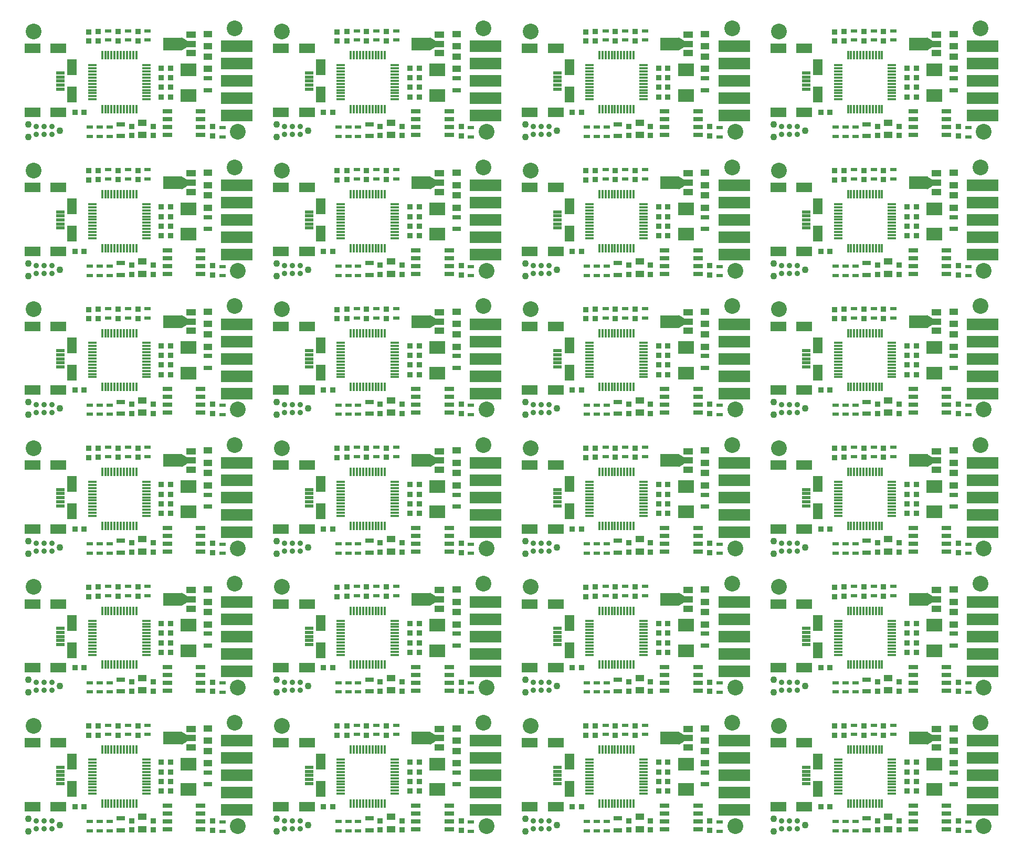
<source format=gts>
G04 #@! TF.FileFunction,Soldermask,Top*
%FSLAX46Y46*%
G04 Gerber Fmt 4.6, Leading zero omitted, Abs format (unit mm)*
G04 Created by KiCad (PCBNEW 4.0.2+dfsg1-stable) date Fr 29 Apr 2016 12:30:28 CEST*
%MOMM*%
G01*
G04 APERTURE LIST*
%ADD10C,0.100000*%
%ADD11R,0.897560X0.897560*%
%ADD12R,0.900000X0.850000*%
%ADD13R,1.400000X0.350000*%
%ADD14R,0.350000X1.400000*%
%ADD15C,2.540000*%
%ADD16R,5.180000X1.878000*%
%ADD17R,1.400000X0.800000*%
%ADD18R,1.000000X0.600000*%
%ADD19R,0.850000X0.900000*%
%ADD20R,1.350000X1.100000*%
%ADD21R,1.601140X1.100760*%
%ADD22R,3.099740X2.098980*%
%ADD23R,2.500000X2.000000*%
%ADD24R,1.650000X0.700000*%
%ADD25R,1.600000X2.600000*%
%ADD26R,2.600000X1.600000*%
%ADD27R,1.350000X0.500000*%
%ADD28C,1.090600*%
%ADD29C,0.887400*%
G04 APERTURE END LIST*
D10*
D11*
X177450000Y-144200700D03*
X177450000Y-145699300D03*
D12*
X184450000Y-150100000D03*
X185950000Y-150100000D03*
D13*
X182000000Y-155150000D03*
X182000000Y-154650000D03*
X182000000Y-154150000D03*
X182000000Y-153650000D03*
X182000000Y-153150000D03*
X182000000Y-152650000D03*
X182000000Y-152150000D03*
X182000000Y-151650000D03*
X182000000Y-151150000D03*
X182000000Y-150650000D03*
X182000000Y-150150000D03*
X182000000Y-149650000D03*
D14*
X180400000Y-148050000D03*
X179900000Y-148050000D03*
X179400000Y-148050000D03*
X178900000Y-148050000D03*
X178400000Y-148050000D03*
X177900000Y-148050000D03*
X177400000Y-148050000D03*
X176900000Y-148050000D03*
X176400000Y-148050000D03*
X175900000Y-148050000D03*
X175400000Y-148050000D03*
X174900000Y-148050000D03*
D13*
X173300000Y-149650000D03*
X173300000Y-150150000D03*
X173300000Y-150650000D03*
X173300000Y-151150000D03*
X173300000Y-151650000D03*
X173300000Y-152150000D03*
X173300000Y-152650000D03*
X173300000Y-153150000D03*
X173300000Y-153650000D03*
X173300000Y-154150000D03*
X173300000Y-154650000D03*
X173300000Y-155150000D03*
D14*
X174900000Y-156750000D03*
X175400000Y-156750000D03*
X175900000Y-156750000D03*
X176400000Y-156750000D03*
X176900000Y-156750000D03*
X177400000Y-156750000D03*
X177900000Y-156750000D03*
X178400000Y-156750000D03*
X178900000Y-156750000D03*
X179400000Y-156750000D03*
X179900000Y-156750000D03*
X180400000Y-156750000D03*
D12*
X184450000Y-151650000D03*
X185950000Y-151650000D03*
D15*
X196800000Y-160400000D03*
D16*
X196633000Y-154994000D03*
X196633000Y-152200000D03*
X196633000Y-149406000D03*
X196633000Y-146612000D03*
X196633000Y-157788000D03*
D17*
X191950000Y-151750000D03*
X191950000Y-153650000D03*
D18*
X194300000Y-161200000D03*
X194300000Y-159700000D03*
D19*
X192700000Y-161050000D03*
X192700000Y-159550000D03*
D20*
X191950000Y-148250000D03*
X191950000Y-150250000D03*
D18*
X182250000Y-144100000D03*
X182250000Y-145600000D03*
D15*
X196300000Y-143700000D03*
X196800000Y-138000000D03*
D20*
X191950000Y-144600000D03*
X191950000Y-146600000D03*
D21*
X189201660Y-147701140D03*
X189201660Y-146200000D03*
X189201660Y-144698860D03*
D22*
X186250180Y-146200000D03*
D10*
G36*
X187674650Y-145149240D02*
X188523950Y-145649620D01*
X188523950Y-146750380D01*
X187674650Y-147250760D01*
X187674650Y-145149240D01*
X187674650Y-145149240D01*
G37*
D18*
X194300000Y-138800000D03*
X194300000Y-137300000D03*
D17*
X177900000Y-161050000D03*
X177900000Y-159150000D03*
D18*
X176100000Y-161150000D03*
X176100000Y-159650000D03*
X174500000Y-159650000D03*
X174500000Y-161150000D03*
D20*
X181400000Y-158900000D03*
X181400000Y-160900000D03*
D19*
X179650000Y-159500000D03*
X179650000Y-161000000D03*
D12*
X185950000Y-154750000D03*
X184450000Y-154750000D03*
D23*
X188850000Y-150400000D03*
X188850000Y-154500000D03*
D19*
X183150000Y-159500000D03*
X183150000Y-161000000D03*
D24*
X185400000Y-157095000D03*
X185400000Y-158365000D03*
X185400000Y-159635000D03*
X185400000Y-160905000D03*
X190800000Y-160905000D03*
X190800000Y-159635000D03*
X190800000Y-158365000D03*
X190800000Y-157095000D03*
D12*
X185950000Y-153200000D03*
X184450000Y-153200000D03*
X144350000Y-151650000D03*
X145850000Y-151650000D03*
X145850000Y-154750000D03*
X144350000Y-154750000D03*
X144350000Y-150100000D03*
X145850000Y-150100000D03*
X145850000Y-153200000D03*
X144350000Y-153200000D03*
D18*
X142150000Y-144100000D03*
X142150000Y-145600000D03*
D21*
X149101660Y-147701140D03*
X149101660Y-146200000D03*
X149101660Y-144698860D03*
D22*
X146150180Y-146200000D03*
D10*
G36*
X147574650Y-145149240D02*
X148423950Y-145649620D01*
X148423950Y-146750380D01*
X147574650Y-147250760D01*
X147574650Y-145149240D01*
X147574650Y-145149240D01*
G37*
D23*
X148750000Y-150400000D03*
X148750000Y-154500000D03*
D15*
X163800000Y-144200000D03*
D12*
X172000000Y-157250000D03*
X170500000Y-157250000D03*
D18*
X172900000Y-138750000D03*
X172900000Y-137250000D03*
D19*
X172700000Y-145750000D03*
X172700000Y-144250000D03*
D17*
X151850000Y-151750000D03*
X151850000Y-153650000D03*
D19*
X152600000Y-161050000D03*
X152600000Y-159550000D03*
D24*
X145300000Y-157095000D03*
X145300000Y-158365000D03*
X145300000Y-159635000D03*
X145300000Y-160905000D03*
X150700000Y-160905000D03*
X150700000Y-159635000D03*
X150700000Y-158365000D03*
X150700000Y-157095000D03*
D20*
X151850000Y-148250000D03*
X151850000Y-150250000D03*
X151850000Y-144600000D03*
X151850000Y-146600000D03*
D25*
X170050000Y-154400000D03*
X170050000Y-150000000D03*
D26*
X167850000Y-146950000D03*
X163650000Y-146950000D03*
X167850000Y-157250000D03*
D27*
X168175000Y-153500000D03*
X168175000Y-152850000D03*
X168175000Y-150900000D03*
X168175000Y-151550000D03*
X168175000Y-152200000D03*
D26*
X163650000Y-157250000D03*
D15*
X156700000Y-160400000D03*
D18*
X172900000Y-161150000D03*
X172900000Y-159650000D03*
X154200000Y-161200000D03*
X154200000Y-159700000D03*
D16*
X156533000Y-154994000D03*
X156533000Y-152200000D03*
X156533000Y-149406000D03*
X156533000Y-146612000D03*
X156533000Y-157788000D03*
D28*
X162960000Y-161216000D03*
X162960000Y-159184000D03*
D29*
X164230000Y-159565000D03*
X165500000Y-159565000D03*
X166770000Y-159565000D03*
X164230000Y-160835000D03*
X166770000Y-160835000D03*
X165500000Y-160835000D03*
D28*
X168040000Y-160200000D03*
D11*
X134150000Y-144200700D03*
X134150000Y-145699300D03*
X140550000Y-144200700D03*
X140550000Y-145699300D03*
D18*
X135800000Y-144100000D03*
X135800000Y-145600000D03*
D11*
X137350000Y-144200700D03*
X137350000Y-145699300D03*
D18*
X138950000Y-144100000D03*
X138950000Y-145600000D03*
D19*
X132600000Y-145750000D03*
X132600000Y-144250000D03*
X139550000Y-159500000D03*
X139550000Y-161000000D03*
D20*
X141300000Y-158900000D03*
X141300000Y-160900000D03*
D19*
X143050000Y-159500000D03*
X143050000Y-161000000D03*
D17*
X137800000Y-161050000D03*
X137800000Y-159150000D03*
D13*
X141900000Y-155150000D03*
X141900000Y-154650000D03*
X141900000Y-154150000D03*
X141900000Y-153650000D03*
X141900000Y-153150000D03*
X141900000Y-152650000D03*
X141900000Y-152150000D03*
X141900000Y-151650000D03*
X141900000Y-151150000D03*
X141900000Y-150650000D03*
X141900000Y-150150000D03*
X141900000Y-149650000D03*
D14*
X140300000Y-148050000D03*
X139800000Y-148050000D03*
X139300000Y-148050000D03*
X138800000Y-148050000D03*
X138300000Y-148050000D03*
X137800000Y-148050000D03*
X137300000Y-148050000D03*
X136800000Y-148050000D03*
X136300000Y-148050000D03*
X135800000Y-148050000D03*
X135300000Y-148050000D03*
X134800000Y-148050000D03*
D13*
X133200000Y-149650000D03*
X133200000Y-150150000D03*
X133200000Y-150650000D03*
X133200000Y-151150000D03*
X133200000Y-151650000D03*
X133200000Y-152150000D03*
X133200000Y-152650000D03*
X133200000Y-153150000D03*
X133200000Y-153650000D03*
X133200000Y-154150000D03*
X133200000Y-154650000D03*
X133200000Y-155150000D03*
D14*
X134800000Y-156750000D03*
X135300000Y-156750000D03*
X135800000Y-156750000D03*
X136300000Y-156750000D03*
X136800000Y-156750000D03*
X137300000Y-156750000D03*
X137800000Y-156750000D03*
X138300000Y-156750000D03*
X138800000Y-156750000D03*
X139300000Y-156750000D03*
X139800000Y-156750000D03*
X140300000Y-156750000D03*
D12*
X131900000Y-157250000D03*
X130400000Y-157250000D03*
D18*
X132800000Y-161150000D03*
X132800000Y-159650000D03*
X136000000Y-161150000D03*
X136000000Y-159650000D03*
X134400000Y-159650000D03*
X134400000Y-161150000D03*
D19*
X139550000Y-137100000D03*
X139550000Y-138600000D03*
D20*
X141300000Y-136500000D03*
X141300000Y-138500000D03*
D17*
X137800000Y-138650000D03*
X137800000Y-136750000D03*
D19*
X143050000Y-137100000D03*
X143050000Y-138600000D03*
D20*
X151850000Y-99800000D03*
X151850000Y-101800000D03*
X151850000Y-103450000D03*
X151850000Y-105450000D03*
D21*
X149101660Y-102901140D03*
X149101660Y-101400000D03*
X149101660Y-99898860D03*
D22*
X146150180Y-101400000D03*
D10*
G36*
X147574650Y-100349240D02*
X148423950Y-100849620D01*
X148423950Y-101950380D01*
X147574650Y-102450760D01*
X147574650Y-100349240D01*
X147574650Y-100349240D01*
G37*
D17*
X151850000Y-106950000D03*
X151850000Y-108850000D03*
D13*
X141900000Y-110350000D03*
X141900000Y-109850000D03*
X141900000Y-109350000D03*
X141900000Y-108850000D03*
X141900000Y-108350000D03*
X141900000Y-107850000D03*
X141900000Y-107350000D03*
X141900000Y-106850000D03*
X141900000Y-106350000D03*
X141900000Y-105850000D03*
X141900000Y-105350000D03*
X141900000Y-104850000D03*
D14*
X140300000Y-103250000D03*
X139800000Y-103250000D03*
X139300000Y-103250000D03*
X138800000Y-103250000D03*
X138300000Y-103250000D03*
X137800000Y-103250000D03*
X137300000Y-103250000D03*
X136800000Y-103250000D03*
X136300000Y-103250000D03*
X135800000Y-103250000D03*
X135300000Y-103250000D03*
X134800000Y-103250000D03*
D13*
X133200000Y-104850000D03*
X133200000Y-105350000D03*
X133200000Y-105850000D03*
X133200000Y-106350000D03*
X133200000Y-106850000D03*
X133200000Y-107350000D03*
X133200000Y-107850000D03*
X133200000Y-108350000D03*
X133200000Y-108850000D03*
X133200000Y-109350000D03*
X133200000Y-109850000D03*
X133200000Y-110350000D03*
D14*
X134800000Y-111950000D03*
X135300000Y-111950000D03*
X135800000Y-111950000D03*
X136300000Y-111950000D03*
X136800000Y-111950000D03*
X137300000Y-111950000D03*
X137800000Y-111950000D03*
X138300000Y-111950000D03*
X138800000Y-111950000D03*
X139300000Y-111950000D03*
X139800000Y-111950000D03*
X140300000Y-111950000D03*
D18*
X138950000Y-99300000D03*
X138950000Y-100800000D03*
X142150000Y-99300000D03*
X142150000Y-100800000D03*
D11*
X140550000Y-99400700D03*
X140550000Y-100899300D03*
D18*
X135800000Y-99300000D03*
X135800000Y-100800000D03*
D11*
X137350000Y-99400700D03*
X137350000Y-100899300D03*
D19*
X132600000Y-100950000D03*
X132600000Y-99450000D03*
D11*
X134150000Y-99400700D03*
X134150000Y-100899300D03*
D12*
X145850000Y-109950000D03*
X144350000Y-109950000D03*
X144350000Y-105300000D03*
X145850000Y-105300000D03*
X145850000Y-108400000D03*
X144350000Y-108400000D03*
X144350000Y-106850000D03*
X145850000Y-106850000D03*
D23*
X148750000Y-105600000D03*
X148750000Y-109700000D03*
D24*
X145300000Y-112295000D03*
X145300000Y-113565000D03*
X145300000Y-114835000D03*
X145300000Y-116105000D03*
X150700000Y-116105000D03*
X150700000Y-114835000D03*
X150700000Y-113565000D03*
X150700000Y-112295000D03*
D19*
X143050000Y-114700000D03*
X143050000Y-116200000D03*
D17*
X137800000Y-116250000D03*
X137800000Y-114350000D03*
D20*
X141300000Y-114100000D03*
X141300000Y-116100000D03*
D19*
X139550000Y-114700000D03*
X139550000Y-116200000D03*
D18*
X132800000Y-116350000D03*
X132800000Y-114850000D03*
D12*
X131900000Y-112450000D03*
X130400000Y-112450000D03*
D18*
X134400000Y-114850000D03*
X134400000Y-116350000D03*
X136000000Y-116350000D03*
X136000000Y-114850000D03*
D11*
X180650000Y-144200700D03*
X180650000Y-145699300D03*
D18*
X179050000Y-144100000D03*
X179050000Y-145600000D03*
X175900000Y-144100000D03*
X175900000Y-145600000D03*
D11*
X174250000Y-144200700D03*
X174250000Y-145699300D03*
D19*
X183150000Y-137100000D03*
X183150000Y-138600000D03*
X179650000Y-137100000D03*
X179650000Y-138600000D03*
D18*
X176100000Y-138750000D03*
X176100000Y-137250000D03*
X174500000Y-137250000D03*
X174500000Y-138750000D03*
D17*
X177900000Y-138650000D03*
X177900000Y-136750000D03*
D12*
X185950000Y-132350000D03*
X184450000Y-132350000D03*
X185950000Y-130800000D03*
X184450000Y-130800000D03*
X184450000Y-129250000D03*
X185950000Y-129250000D03*
X184450000Y-127700000D03*
X185950000Y-127700000D03*
D13*
X182000000Y-132750000D03*
X182000000Y-132250000D03*
X182000000Y-131750000D03*
X182000000Y-131250000D03*
X182000000Y-130750000D03*
X182000000Y-130250000D03*
X182000000Y-129750000D03*
X182000000Y-129250000D03*
X182000000Y-128750000D03*
X182000000Y-128250000D03*
X182000000Y-127750000D03*
X182000000Y-127250000D03*
D14*
X180400000Y-125650000D03*
X179900000Y-125650000D03*
X179400000Y-125650000D03*
X178900000Y-125650000D03*
X178400000Y-125650000D03*
X177900000Y-125650000D03*
X177400000Y-125650000D03*
X176900000Y-125650000D03*
X176400000Y-125650000D03*
X175900000Y-125650000D03*
X175400000Y-125650000D03*
X174900000Y-125650000D03*
D13*
X173300000Y-127250000D03*
X173300000Y-127750000D03*
X173300000Y-128250000D03*
X173300000Y-128750000D03*
X173300000Y-129250000D03*
X173300000Y-129750000D03*
X173300000Y-130250000D03*
X173300000Y-130750000D03*
X173300000Y-131250000D03*
X173300000Y-131750000D03*
X173300000Y-132250000D03*
X173300000Y-132750000D03*
D14*
X174900000Y-134350000D03*
X175400000Y-134350000D03*
X175900000Y-134350000D03*
X176400000Y-134350000D03*
X176900000Y-134350000D03*
X177400000Y-134350000D03*
X177900000Y-134350000D03*
X178400000Y-134350000D03*
X178900000Y-134350000D03*
X179400000Y-134350000D03*
X179900000Y-134350000D03*
X180400000Y-134350000D03*
D16*
X196633000Y-132594000D03*
X196633000Y-129800000D03*
X196633000Y-127006000D03*
X196633000Y-124212000D03*
X196633000Y-135388000D03*
D20*
X181400000Y-136500000D03*
X181400000Y-138500000D03*
D24*
X185400000Y-134695000D03*
X185400000Y-135965000D03*
X185400000Y-137235000D03*
X185400000Y-138505000D03*
X190800000Y-138505000D03*
X190800000Y-137235000D03*
X190800000Y-135965000D03*
X190800000Y-134695000D03*
D23*
X188850000Y-128000000D03*
X188850000Y-132100000D03*
D17*
X191950000Y-129350000D03*
X191950000Y-131250000D03*
D20*
X191950000Y-125850000D03*
X191950000Y-127850000D03*
D19*
X192700000Y-138650000D03*
X192700000Y-137150000D03*
D20*
X151850000Y-125850000D03*
X151850000Y-127850000D03*
X151850000Y-122200000D03*
X151850000Y-124200000D03*
D21*
X149101660Y-125301140D03*
X149101660Y-123800000D03*
X149101660Y-122298860D03*
D22*
X146150180Y-123800000D03*
D10*
G36*
X147574650Y-122749240D02*
X148423950Y-123249620D01*
X148423950Y-124350380D01*
X147574650Y-124850760D01*
X147574650Y-122749240D01*
X147574650Y-122749240D01*
G37*
D23*
X148750000Y-128000000D03*
X148750000Y-132100000D03*
D18*
X135800000Y-121700000D03*
X135800000Y-123200000D03*
D19*
X132600000Y-123350000D03*
X132600000Y-121850000D03*
D11*
X134150000Y-121800700D03*
X134150000Y-123299300D03*
X137350000Y-121800700D03*
X137350000Y-123299300D03*
D24*
X145300000Y-134695000D03*
X145300000Y-135965000D03*
X145300000Y-137235000D03*
X145300000Y-138505000D03*
X150700000Y-138505000D03*
X150700000Y-137235000D03*
X150700000Y-135965000D03*
X150700000Y-134695000D03*
D15*
X156700000Y-138000000D03*
D18*
X154200000Y-138800000D03*
X154200000Y-137300000D03*
D19*
X152600000Y-138650000D03*
X152600000Y-137150000D03*
D17*
X151850000Y-129350000D03*
X151850000Y-131250000D03*
D15*
X156200000Y-143700000D03*
D12*
X172000000Y-134850000D03*
X170500000Y-134850000D03*
D28*
X162960000Y-138816000D03*
X162960000Y-136784000D03*
D29*
X164230000Y-137165000D03*
X165500000Y-137165000D03*
X166770000Y-137165000D03*
X164230000Y-138435000D03*
X166770000Y-138435000D03*
X165500000Y-138435000D03*
D28*
X168040000Y-137800000D03*
D19*
X152600000Y-116250000D03*
X152600000Y-114750000D03*
D25*
X170050000Y-132000000D03*
X170050000Y-127600000D03*
D26*
X167850000Y-124550000D03*
X163650000Y-124550000D03*
X167850000Y-134850000D03*
D27*
X168175000Y-131100000D03*
X168175000Y-130450000D03*
X168175000Y-128500000D03*
X168175000Y-129150000D03*
X168175000Y-129800000D03*
D26*
X163650000Y-134850000D03*
D16*
X156533000Y-132594000D03*
X156533000Y-129800000D03*
X156533000Y-127006000D03*
X156533000Y-124212000D03*
X156533000Y-135388000D03*
D28*
X162960000Y-116416000D03*
X162960000Y-114384000D03*
D29*
X164230000Y-114765000D03*
X165500000Y-114765000D03*
X166770000Y-114765000D03*
X164230000Y-116035000D03*
X166770000Y-116035000D03*
X165500000Y-116035000D03*
D28*
X168040000Y-115400000D03*
D12*
X172000000Y-112450000D03*
X170500000Y-112450000D03*
D18*
X142150000Y-121700000D03*
X142150000Y-123200000D03*
D13*
X141900000Y-132750000D03*
X141900000Y-132250000D03*
X141900000Y-131750000D03*
X141900000Y-131250000D03*
X141900000Y-130750000D03*
X141900000Y-130250000D03*
X141900000Y-129750000D03*
X141900000Y-129250000D03*
X141900000Y-128750000D03*
X141900000Y-128250000D03*
X141900000Y-127750000D03*
X141900000Y-127250000D03*
D14*
X140300000Y-125650000D03*
X139800000Y-125650000D03*
X139300000Y-125650000D03*
X138800000Y-125650000D03*
X138300000Y-125650000D03*
X137800000Y-125650000D03*
X137300000Y-125650000D03*
X136800000Y-125650000D03*
X136300000Y-125650000D03*
X135800000Y-125650000D03*
X135300000Y-125650000D03*
X134800000Y-125650000D03*
D13*
X133200000Y-127250000D03*
X133200000Y-127750000D03*
X133200000Y-128250000D03*
X133200000Y-128750000D03*
X133200000Y-129250000D03*
X133200000Y-129750000D03*
X133200000Y-130250000D03*
X133200000Y-130750000D03*
X133200000Y-131250000D03*
X133200000Y-131750000D03*
X133200000Y-132250000D03*
X133200000Y-132750000D03*
D14*
X134800000Y-134350000D03*
X135300000Y-134350000D03*
X135800000Y-134350000D03*
X136300000Y-134350000D03*
X136800000Y-134350000D03*
X137300000Y-134350000D03*
X137800000Y-134350000D03*
X138300000Y-134350000D03*
X138800000Y-134350000D03*
X139300000Y-134350000D03*
X139800000Y-134350000D03*
X140300000Y-134350000D03*
D11*
X140550000Y-121800700D03*
X140550000Y-123299300D03*
D18*
X138950000Y-121700000D03*
X138950000Y-123200000D03*
D12*
X144350000Y-127700000D03*
X145850000Y-127700000D03*
X145850000Y-130800000D03*
X144350000Y-130800000D03*
X144350000Y-129250000D03*
X145850000Y-129250000D03*
X145850000Y-132350000D03*
X144350000Y-132350000D03*
X131900000Y-134850000D03*
X130400000Y-134850000D03*
D18*
X134400000Y-137250000D03*
X134400000Y-138750000D03*
X136000000Y-138750000D03*
X136000000Y-137250000D03*
X132800000Y-138750000D03*
X132800000Y-137250000D03*
D15*
X196300000Y-121300000D03*
D16*
X196633000Y-110194000D03*
X196633000Y-107400000D03*
X196633000Y-104606000D03*
X196633000Y-101812000D03*
X196633000Y-112988000D03*
D18*
X194300000Y-116400000D03*
X194300000Y-114900000D03*
D17*
X191950000Y-106950000D03*
X191950000Y-108850000D03*
D15*
X196800000Y-115600000D03*
X196300000Y-98900000D03*
D20*
X191950000Y-99800000D03*
X191950000Y-101800000D03*
D21*
X189201660Y-102901140D03*
X189201660Y-101400000D03*
X189201660Y-99898860D03*
D22*
X186250180Y-101400000D03*
D10*
G36*
X187674650Y-100349240D02*
X188523950Y-100849620D01*
X188523950Y-101950380D01*
X187674650Y-102450760D01*
X187674650Y-100349240D01*
X187674650Y-100349240D01*
G37*
D20*
X191950000Y-103450000D03*
X191950000Y-105450000D03*
D12*
X185950000Y-109950000D03*
X184450000Y-109950000D03*
X185950000Y-108400000D03*
X184450000Y-108400000D03*
X184450000Y-106850000D03*
X185950000Y-106850000D03*
X184450000Y-105300000D03*
X185950000Y-105300000D03*
D23*
X188850000Y-105600000D03*
X188850000Y-109700000D03*
D20*
X191950000Y-122200000D03*
X191950000Y-124200000D03*
D24*
X185400000Y-112295000D03*
X185400000Y-113565000D03*
X185400000Y-114835000D03*
X185400000Y-116105000D03*
X190800000Y-116105000D03*
X190800000Y-114835000D03*
X190800000Y-113565000D03*
X190800000Y-112295000D03*
D21*
X189201660Y-125301140D03*
X189201660Y-123800000D03*
X189201660Y-122298860D03*
D22*
X186250180Y-123800000D03*
D10*
G36*
X187674650Y-122749240D02*
X188523950Y-123249620D01*
X188523950Y-124350380D01*
X187674650Y-124850760D01*
X187674650Y-122749240D01*
X187674650Y-122749240D01*
G37*
D19*
X192700000Y-116250000D03*
X192700000Y-114750000D03*
D18*
X182250000Y-121700000D03*
X182250000Y-123200000D03*
X179050000Y-121700000D03*
X179050000Y-123200000D03*
D11*
X174250000Y-121800700D03*
X174250000Y-123299300D03*
D19*
X172700000Y-123350000D03*
X172700000Y-121850000D03*
D18*
X175900000Y-121700000D03*
X175900000Y-123200000D03*
D11*
X177450000Y-121800700D03*
X177450000Y-123299300D03*
X180650000Y-121800700D03*
X180650000Y-123299300D03*
D18*
X182250000Y-99300000D03*
X182250000Y-100800000D03*
D11*
X180650000Y-99400700D03*
X180650000Y-100899300D03*
D20*
X181400000Y-114100000D03*
X181400000Y-116100000D03*
D13*
X182000000Y-110350000D03*
X182000000Y-109850000D03*
X182000000Y-109350000D03*
X182000000Y-108850000D03*
X182000000Y-108350000D03*
X182000000Y-107850000D03*
X182000000Y-107350000D03*
X182000000Y-106850000D03*
X182000000Y-106350000D03*
X182000000Y-105850000D03*
X182000000Y-105350000D03*
X182000000Y-104850000D03*
D14*
X180400000Y-103250000D03*
X179900000Y-103250000D03*
X179400000Y-103250000D03*
X178900000Y-103250000D03*
X178400000Y-103250000D03*
X177900000Y-103250000D03*
X177400000Y-103250000D03*
X176900000Y-103250000D03*
X176400000Y-103250000D03*
X175900000Y-103250000D03*
X175400000Y-103250000D03*
X174900000Y-103250000D03*
D13*
X173300000Y-104850000D03*
X173300000Y-105350000D03*
X173300000Y-105850000D03*
X173300000Y-106350000D03*
X173300000Y-106850000D03*
X173300000Y-107350000D03*
X173300000Y-107850000D03*
X173300000Y-108350000D03*
X173300000Y-108850000D03*
X173300000Y-109350000D03*
X173300000Y-109850000D03*
X173300000Y-110350000D03*
D14*
X174900000Y-111950000D03*
X175400000Y-111950000D03*
X175900000Y-111950000D03*
X176400000Y-111950000D03*
X176900000Y-111950000D03*
X177400000Y-111950000D03*
X177900000Y-111950000D03*
X178400000Y-111950000D03*
X178900000Y-111950000D03*
X179400000Y-111950000D03*
X179900000Y-111950000D03*
X180400000Y-111950000D03*
D17*
X177900000Y-116250000D03*
X177900000Y-114350000D03*
D18*
X179050000Y-99300000D03*
X179050000Y-100800000D03*
X175900000Y-99300000D03*
X175900000Y-100800000D03*
D19*
X172700000Y-100950000D03*
X172700000Y-99450000D03*
D11*
X177450000Y-99400700D03*
X177450000Y-100899300D03*
X174250000Y-99400700D03*
X174250000Y-100899300D03*
D25*
X170050000Y-109600000D03*
X170050000Y-105200000D03*
D26*
X167850000Y-102150000D03*
X163650000Y-102150000D03*
X167850000Y-112450000D03*
D27*
X168175000Y-108700000D03*
X168175000Y-108050000D03*
X168175000Y-106100000D03*
X168175000Y-106750000D03*
X168175000Y-107400000D03*
D26*
X163650000Y-112450000D03*
D15*
X163800000Y-99400000D03*
D16*
X156533000Y-110194000D03*
X156533000Y-107400000D03*
X156533000Y-104606000D03*
X156533000Y-101812000D03*
X156533000Y-112988000D03*
D15*
X156200000Y-98900000D03*
D18*
X174500000Y-114850000D03*
X174500000Y-116350000D03*
X176100000Y-116350000D03*
X176100000Y-114850000D03*
X172900000Y-116350000D03*
X172900000Y-114850000D03*
D19*
X179650000Y-114700000D03*
X179650000Y-116200000D03*
X183150000Y-114700000D03*
X183150000Y-116200000D03*
D15*
X156200000Y-121300000D03*
X163800000Y-121800000D03*
D18*
X154200000Y-116400000D03*
X154200000Y-114900000D03*
D15*
X156700000Y-115600000D03*
D19*
X72400000Y-161050000D03*
X72400000Y-159550000D03*
D17*
X71650000Y-151750000D03*
X71650000Y-153650000D03*
D24*
X65100000Y-157095000D03*
X65100000Y-158365000D03*
X65100000Y-159635000D03*
X65100000Y-160905000D03*
X70500000Y-160905000D03*
X70500000Y-159635000D03*
X70500000Y-158365000D03*
X70500000Y-157095000D03*
D18*
X74000000Y-161200000D03*
X74000000Y-159700000D03*
D20*
X71650000Y-148250000D03*
X71650000Y-150250000D03*
D12*
X65650000Y-153200000D03*
X64150000Y-153200000D03*
X65650000Y-154750000D03*
X64150000Y-154750000D03*
D23*
X68550000Y-150400000D03*
X68550000Y-154500000D03*
D12*
X64150000Y-150100000D03*
X65650000Y-150100000D03*
X64150000Y-151650000D03*
X65650000Y-151650000D03*
D11*
X53950000Y-144200700D03*
X53950000Y-145699300D03*
D12*
X51700000Y-157250000D03*
X50200000Y-157250000D03*
D19*
X52400000Y-145750000D03*
X52400000Y-144250000D03*
D28*
X42660000Y-161216000D03*
X42660000Y-159184000D03*
D29*
X43930000Y-159565000D03*
X45200000Y-159565000D03*
X46470000Y-159565000D03*
X43930000Y-160835000D03*
X46470000Y-160835000D03*
X45200000Y-160835000D03*
D28*
X47740000Y-160200000D03*
D25*
X49750000Y-154400000D03*
X49750000Y-150000000D03*
D26*
X47550000Y-146950000D03*
X43350000Y-146950000D03*
X47550000Y-157250000D03*
D27*
X47875000Y-153500000D03*
X47875000Y-152850000D03*
X47875000Y-150900000D03*
X47875000Y-151550000D03*
X47875000Y-152200000D03*
D26*
X43350000Y-157250000D03*
D18*
X52600000Y-161150000D03*
X52600000Y-159650000D03*
D19*
X59350000Y-159500000D03*
X59350000Y-161000000D03*
D18*
X55800000Y-161150000D03*
X55800000Y-159650000D03*
D19*
X62850000Y-159500000D03*
X62850000Y-161000000D03*
D20*
X61100000Y-158900000D03*
X61100000Y-160900000D03*
D17*
X57600000Y-161050000D03*
X57600000Y-159150000D03*
D13*
X61700000Y-155150000D03*
X61700000Y-154650000D03*
X61700000Y-154150000D03*
X61700000Y-153650000D03*
X61700000Y-153150000D03*
X61700000Y-152650000D03*
X61700000Y-152150000D03*
X61700000Y-151650000D03*
X61700000Y-151150000D03*
X61700000Y-150650000D03*
X61700000Y-150150000D03*
X61700000Y-149650000D03*
D14*
X60100000Y-148050000D03*
X59600000Y-148050000D03*
X59100000Y-148050000D03*
X58600000Y-148050000D03*
X58100000Y-148050000D03*
X57600000Y-148050000D03*
X57100000Y-148050000D03*
X56600000Y-148050000D03*
X56100000Y-148050000D03*
X55600000Y-148050000D03*
X55100000Y-148050000D03*
X54600000Y-148050000D03*
D13*
X53000000Y-149650000D03*
X53000000Y-150150000D03*
X53000000Y-150650000D03*
X53000000Y-151150000D03*
X53000000Y-151650000D03*
X53000000Y-152150000D03*
X53000000Y-152650000D03*
X53000000Y-153150000D03*
X53000000Y-153650000D03*
X53000000Y-154150000D03*
X53000000Y-154650000D03*
X53000000Y-155150000D03*
D14*
X54600000Y-156750000D03*
X55100000Y-156750000D03*
X55600000Y-156750000D03*
X56100000Y-156750000D03*
X56600000Y-156750000D03*
X57100000Y-156750000D03*
X57600000Y-156750000D03*
X58100000Y-156750000D03*
X58600000Y-156750000D03*
X59100000Y-156750000D03*
X59600000Y-156750000D03*
X60100000Y-156750000D03*
D18*
X54200000Y-159650000D03*
X54200000Y-161150000D03*
D11*
X60350000Y-144200700D03*
X60350000Y-145699300D03*
X57150000Y-144200700D03*
X57150000Y-145699300D03*
D20*
X61100000Y-136500000D03*
X61100000Y-138500000D03*
D19*
X62850000Y-137100000D03*
X62850000Y-138600000D03*
D20*
X71650000Y-144600000D03*
X71650000Y-146600000D03*
D18*
X74000000Y-138800000D03*
X74000000Y-137300000D03*
D19*
X72400000Y-138650000D03*
X72400000Y-137150000D03*
D21*
X68901660Y-147701140D03*
X68901660Y-146200000D03*
X68901660Y-144698860D03*
D22*
X65950180Y-146200000D03*
D10*
G36*
X67374650Y-145149240D02*
X68223950Y-145649620D01*
X68223950Y-146750380D01*
X67374650Y-147250760D01*
X67374650Y-145149240D01*
X67374650Y-145149240D01*
G37*
D24*
X65100000Y-134695000D03*
X65100000Y-135965000D03*
X65100000Y-137235000D03*
X65100000Y-138505000D03*
X70500000Y-138505000D03*
X70500000Y-137235000D03*
X70500000Y-135965000D03*
X70500000Y-134695000D03*
D18*
X95700000Y-121700000D03*
X95700000Y-123200000D03*
D11*
X94050000Y-121800700D03*
X94050000Y-123299300D03*
D18*
X98850000Y-121700000D03*
X98850000Y-123200000D03*
X102050000Y-121700000D03*
X102050000Y-123200000D03*
D11*
X100450000Y-121800700D03*
X100450000Y-123299300D03*
X97250000Y-121800700D03*
X97250000Y-123299300D03*
D18*
X94300000Y-137250000D03*
X94300000Y-138750000D03*
D17*
X97700000Y-138650000D03*
X97700000Y-136750000D03*
D19*
X102950000Y-137100000D03*
X102950000Y-138600000D03*
D18*
X95900000Y-138750000D03*
X95900000Y-137250000D03*
D20*
X101200000Y-136500000D03*
X101200000Y-138500000D03*
D19*
X99450000Y-137100000D03*
X99450000Y-138600000D03*
D15*
X76000000Y-143700000D03*
X76500000Y-138000000D03*
D25*
X89850000Y-132000000D03*
X89850000Y-127600000D03*
D26*
X87650000Y-124550000D03*
X83450000Y-124550000D03*
X87650000Y-134850000D03*
D27*
X87975000Y-131100000D03*
X87975000Y-130450000D03*
X87975000Y-128500000D03*
X87975000Y-129150000D03*
X87975000Y-129800000D03*
D26*
X83450000Y-134850000D03*
D28*
X82760000Y-138816000D03*
X82760000Y-136784000D03*
D29*
X84030000Y-137165000D03*
X85300000Y-137165000D03*
X86570000Y-137165000D03*
X84030000Y-138435000D03*
X86570000Y-138435000D03*
X85300000Y-138435000D03*
D28*
X87840000Y-137800000D03*
D16*
X76333000Y-132594000D03*
X76333000Y-129800000D03*
X76333000Y-127006000D03*
X76333000Y-124212000D03*
X76333000Y-135388000D03*
D18*
X92700000Y-138750000D03*
X92700000Y-137250000D03*
D19*
X92500000Y-123350000D03*
X92500000Y-121850000D03*
D12*
X91800000Y-134850000D03*
X90300000Y-134850000D03*
D13*
X101800000Y-132750000D03*
X101800000Y-132250000D03*
X101800000Y-131750000D03*
X101800000Y-131250000D03*
X101800000Y-130750000D03*
X101800000Y-130250000D03*
X101800000Y-129750000D03*
X101800000Y-129250000D03*
X101800000Y-128750000D03*
X101800000Y-128250000D03*
X101800000Y-127750000D03*
X101800000Y-127250000D03*
D14*
X100200000Y-125650000D03*
X99700000Y-125650000D03*
X99200000Y-125650000D03*
X98700000Y-125650000D03*
X98200000Y-125650000D03*
X97700000Y-125650000D03*
X97200000Y-125650000D03*
X96700000Y-125650000D03*
X96200000Y-125650000D03*
X95700000Y-125650000D03*
X95200000Y-125650000D03*
X94700000Y-125650000D03*
D13*
X93100000Y-127250000D03*
X93100000Y-127750000D03*
X93100000Y-128250000D03*
X93100000Y-128750000D03*
X93100000Y-129250000D03*
X93100000Y-129750000D03*
X93100000Y-130250000D03*
X93100000Y-130750000D03*
X93100000Y-131250000D03*
X93100000Y-131750000D03*
X93100000Y-132250000D03*
X93100000Y-132750000D03*
D14*
X94700000Y-134350000D03*
X95200000Y-134350000D03*
X95700000Y-134350000D03*
X96200000Y-134350000D03*
X96700000Y-134350000D03*
X97200000Y-134350000D03*
X97700000Y-134350000D03*
X98200000Y-134350000D03*
X98700000Y-134350000D03*
X99200000Y-134350000D03*
X99700000Y-134350000D03*
X100200000Y-134350000D03*
D12*
X104250000Y-127700000D03*
X105750000Y-127700000D03*
X104250000Y-129250000D03*
X105750000Y-129250000D03*
X105750000Y-130800000D03*
X104250000Y-130800000D03*
X105750000Y-132350000D03*
X104250000Y-132350000D03*
D19*
X102950000Y-114700000D03*
X102950000Y-116200000D03*
X99450000Y-114700000D03*
X99450000Y-116200000D03*
D18*
X95900000Y-116350000D03*
X95900000Y-114850000D03*
X94300000Y-114850000D03*
X94300000Y-116350000D03*
D17*
X97700000Y-116250000D03*
X97700000Y-114350000D03*
D18*
X92700000Y-116350000D03*
X92700000Y-114850000D03*
D13*
X61700000Y-110350000D03*
X61700000Y-109850000D03*
X61700000Y-109350000D03*
X61700000Y-108850000D03*
X61700000Y-108350000D03*
X61700000Y-107850000D03*
X61700000Y-107350000D03*
X61700000Y-106850000D03*
X61700000Y-106350000D03*
X61700000Y-105850000D03*
X61700000Y-105350000D03*
X61700000Y-104850000D03*
D14*
X60100000Y-103250000D03*
X59600000Y-103250000D03*
X59100000Y-103250000D03*
X58600000Y-103250000D03*
X58100000Y-103250000D03*
X57600000Y-103250000D03*
X57100000Y-103250000D03*
X56600000Y-103250000D03*
X56100000Y-103250000D03*
X55600000Y-103250000D03*
X55100000Y-103250000D03*
X54600000Y-103250000D03*
D13*
X53000000Y-104850000D03*
X53000000Y-105350000D03*
X53000000Y-105850000D03*
X53000000Y-106350000D03*
X53000000Y-106850000D03*
X53000000Y-107350000D03*
X53000000Y-107850000D03*
X53000000Y-108350000D03*
X53000000Y-108850000D03*
X53000000Y-109350000D03*
X53000000Y-109850000D03*
X53000000Y-110350000D03*
D14*
X54600000Y-111950000D03*
X55100000Y-111950000D03*
X55600000Y-111950000D03*
X56100000Y-111950000D03*
X56600000Y-111950000D03*
X57100000Y-111950000D03*
X57600000Y-111950000D03*
X58100000Y-111950000D03*
X58600000Y-111950000D03*
X59100000Y-111950000D03*
X59600000Y-111950000D03*
X60100000Y-111950000D03*
D11*
X53950000Y-99400700D03*
X53950000Y-100899300D03*
D19*
X52400000Y-100950000D03*
X52400000Y-99450000D03*
D18*
X55600000Y-99300000D03*
X55600000Y-100800000D03*
D19*
X52400000Y-123350000D03*
X52400000Y-121850000D03*
D15*
X43500000Y-121800000D03*
D25*
X49750000Y-109600000D03*
X49750000Y-105200000D03*
D26*
X47550000Y-102150000D03*
X43350000Y-102150000D03*
X47550000Y-112450000D03*
D27*
X47875000Y-108700000D03*
X47875000Y-108050000D03*
X47875000Y-106100000D03*
X47875000Y-106750000D03*
X47875000Y-107400000D03*
D26*
X43350000Y-112450000D03*
D28*
X42660000Y-116416000D03*
X42660000Y-114384000D03*
D29*
X43930000Y-114765000D03*
X45200000Y-114765000D03*
X46470000Y-114765000D03*
X43930000Y-116035000D03*
X46470000Y-116035000D03*
X45200000Y-116035000D03*
D28*
X47740000Y-115400000D03*
D12*
X51700000Y-112450000D03*
X50200000Y-112450000D03*
D15*
X43500000Y-99400000D03*
D11*
X53950000Y-121800700D03*
X53950000Y-123299300D03*
D18*
X61950000Y-121700000D03*
X61950000Y-123200000D03*
X55600000Y-121700000D03*
X55600000Y-123200000D03*
X58750000Y-121700000D03*
X58750000Y-123200000D03*
D11*
X57150000Y-121800700D03*
X57150000Y-123299300D03*
X60350000Y-121800700D03*
X60350000Y-123299300D03*
D20*
X61100000Y-114100000D03*
X61100000Y-116100000D03*
D19*
X59350000Y-114700000D03*
X59350000Y-116200000D03*
D17*
X57600000Y-116250000D03*
X57600000Y-114350000D03*
D18*
X52600000Y-116350000D03*
X52600000Y-114850000D03*
X55800000Y-116350000D03*
X55800000Y-114850000D03*
X54200000Y-114850000D03*
X54200000Y-116350000D03*
X102050000Y-99300000D03*
X102050000Y-100800000D03*
D11*
X100450000Y-99400700D03*
X100450000Y-100899300D03*
D20*
X101200000Y-114100000D03*
X101200000Y-116100000D03*
D13*
X101800000Y-110350000D03*
X101800000Y-109850000D03*
X101800000Y-109350000D03*
X101800000Y-108850000D03*
X101800000Y-108350000D03*
X101800000Y-107850000D03*
X101800000Y-107350000D03*
X101800000Y-106850000D03*
X101800000Y-106350000D03*
X101800000Y-105850000D03*
X101800000Y-105350000D03*
X101800000Y-104850000D03*
D14*
X100200000Y-103250000D03*
X99700000Y-103250000D03*
X99200000Y-103250000D03*
X98700000Y-103250000D03*
X98200000Y-103250000D03*
X97700000Y-103250000D03*
X97200000Y-103250000D03*
X96700000Y-103250000D03*
X96200000Y-103250000D03*
X95700000Y-103250000D03*
X95200000Y-103250000D03*
X94700000Y-103250000D03*
D13*
X93100000Y-104850000D03*
X93100000Y-105350000D03*
X93100000Y-105850000D03*
X93100000Y-106350000D03*
X93100000Y-106850000D03*
X93100000Y-107350000D03*
X93100000Y-107850000D03*
X93100000Y-108350000D03*
X93100000Y-108850000D03*
X93100000Y-109350000D03*
X93100000Y-109850000D03*
X93100000Y-110350000D03*
D14*
X94700000Y-111950000D03*
X95200000Y-111950000D03*
X95700000Y-111950000D03*
X96200000Y-111950000D03*
X96700000Y-111950000D03*
X97200000Y-111950000D03*
X97700000Y-111950000D03*
X98200000Y-111950000D03*
X98700000Y-111950000D03*
X99200000Y-111950000D03*
X99700000Y-111950000D03*
X100200000Y-111950000D03*
D18*
X98850000Y-99300000D03*
X98850000Y-100800000D03*
D11*
X94050000Y-99400700D03*
X94050000Y-100899300D03*
D19*
X92500000Y-100950000D03*
X92500000Y-99450000D03*
D18*
X95700000Y-99300000D03*
X95700000Y-100800000D03*
D11*
X97250000Y-99400700D03*
X97250000Y-100899300D03*
D15*
X83600000Y-121800000D03*
X76000000Y-121300000D03*
X76500000Y-115600000D03*
D28*
X82760000Y-116416000D03*
X82760000Y-114384000D03*
D29*
X84030000Y-114765000D03*
X85300000Y-114765000D03*
X86570000Y-114765000D03*
X84030000Y-116035000D03*
X86570000Y-116035000D03*
X85300000Y-116035000D03*
D28*
X87840000Y-115400000D03*
D19*
X72400000Y-116250000D03*
X72400000Y-114750000D03*
D18*
X74000000Y-116400000D03*
X74000000Y-114900000D03*
X58750000Y-99300000D03*
X58750000Y-100800000D03*
D11*
X57150000Y-99400700D03*
X57150000Y-100899300D03*
X60350000Y-99400700D03*
X60350000Y-100899300D03*
D18*
X61950000Y-99300000D03*
X61950000Y-100800000D03*
D19*
X62850000Y-114700000D03*
X62850000Y-116200000D03*
D12*
X65650000Y-109950000D03*
X64150000Y-109950000D03*
D24*
X65100000Y-112295000D03*
X65100000Y-113565000D03*
X65100000Y-114835000D03*
X65100000Y-116105000D03*
X70500000Y-116105000D03*
X70500000Y-114835000D03*
X70500000Y-113565000D03*
X70500000Y-112295000D03*
D17*
X71650000Y-106950000D03*
X71650000Y-108850000D03*
D23*
X68550000Y-105600000D03*
X68550000Y-109700000D03*
D12*
X65650000Y-108400000D03*
X64150000Y-108400000D03*
X64150000Y-106850000D03*
X65650000Y-106850000D03*
X64150000Y-105300000D03*
X65650000Y-105300000D03*
X91800000Y-112450000D03*
X90300000Y-112450000D03*
D25*
X89850000Y-109600000D03*
X89850000Y-105200000D03*
D26*
X87650000Y-102150000D03*
X83450000Y-102150000D03*
X87650000Y-112450000D03*
D27*
X87975000Y-108700000D03*
X87975000Y-108050000D03*
X87975000Y-106100000D03*
X87975000Y-106750000D03*
X87975000Y-107400000D03*
D26*
X83450000Y-112450000D03*
D15*
X83600000Y-99400000D03*
D16*
X76333000Y-110194000D03*
X76333000Y-107400000D03*
X76333000Y-104606000D03*
X76333000Y-101812000D03*
X76333000Y-112988000D03*
D20*
X71650000Y-103450000D03*
X71650000Y-105450000D03*
D15*
X76000000Y-98900000D03*
D21*
X68901660Y-102901140D03*
X68901660Y-101400000D03*
X68901660Y-99898860D03*
D22*
X65950180Y-101400000D03*
D10*
G36*
X67374650Y-100349240D02*
X68223950Y-100849620D01*
X68223950Y-101950380D01*
X67374650Y-102450760D01*
X67374650Y-100349240D01*
X67374650Y-100349240D01*
G37*
D20*
X71650000Y-99800000D03*
X71650000Y-101800000D03*
D12*
X104250000Y-151650000D03*
X105750000Y-151650000D03*
X104250000Y-150100000D03*
X105750000Y-150100000D03*
D21*
X109001660Y-147701140D03*
X109001660Y-146200000D03*
X109001660Y-144698860D03*
D22*
X106050180Y-146200000D03*
D10*
G36*
X107474650Y-145149240D02*
X108323950Y-145649620D01*
X108323950Y-146750380D01*
X107474650Y-147250760D01*
X107474650Y-145149240D01*
X107474650Y-145149240D01*
G37*
D20*
X111750000Y-148250000D03*
X111750000Y-150250000D03*
X111750000Y-144600000D03*
X111750000Y-146600000D03*
D23*
X108650000Y-150400000D03*
X108650000Y-154500000D03*
D12*
X105750000Y-154750000D03*
X104250000Y-154750000D03*
X105750000Y-153200000D03*
X104250000Y-153200000D03*
D17*
X111750000Y-151750000D03*
X111750000Y-153650000D03*
D19*
X112500000Y-161050000D03*
X112500000Y-159550000D03*
D24*
X105200000Y-157095000D03*
X105200000Y-158365000D03*
X105200000Y-159635000D03*
X105200000Y-160905000D03*
X110600000Y-160905000D03*
X110600000Y-159635000D03*
X110600000Y-158365000D03*
X110600000Y-157095000D03*
D16*
X76333000Y-154994000D03*
X76333000Y-152200000D03*
X76333000Y-149406000D03*
X76333000Y-146612000D03*
X76333000Y-157788000D03*
D15*
X76500000Y-160400000D03*
D12*
X91800000Y-157250000D03*
X90300000Y-157250000D03*
D15*
X83600000Y-144200000D03*
D28*
X82760000Y-161216000D03*
X82760000Y-159184000D03*
D29*
X84030000Y-159565000D03*
X85300000Y-159565000D03*
X86570000Y-159565000D03*
X84030000Y-160835000D03*
X86570000Y-160835000D03*
X85300000Y-160835000D03*
D28*
X87840000Y-160200000D03*
D25*
X89850000Y-154400000D03*
X89850000Y-150000000D03*
D26*
X87650000Y-146950000D03*
X83450000Y-146950000D03*
X87650000Y-157250000D03*
D27*
X87975000Y-153500000D03*
X87975000Y-152850000D03*
X87975000Y-150900000D03*
X87975000Y-151550000D03*
X87975000Y-152200000D03*
D26*
X83450000Y-157250000D03*
D19*
X92500000Y-145750000D03*
X92500000Y-144250000D03*
D18*
X114100000Y-161200000D03*
X114100000Y-159700000D03*
D28*
X122860000Y-161216000D03*
X122860000Y-159184000D03*
D29*
X124130000Y-159565000D03*
X125400000Y-159565000D03*
X126670000Y-159565000D03*
X124130000Y-160835000D03*
X126670000Y-160835000D03*
X125400000Y-160835000D03*
D28*
X127940000Y-160200000D03*
D15*
X123700000Y-144200000D03*
D25*
X129950000Y-154400000D03*
X129950000Y-150000000D03*
D26*
X127750000Y-146950000D03*
X123550000Y-146950000D03*
X127750000Y-157250000D03*
D27*
X128075000Y-153500000D03*
X128075000Y-152850000D03*
X128075000Y-150900000D03*
X128075000Y-151550000D03*
X128075000Y-152200000D03*
D26*
X123550000Y-157250000D03*
D15*
X116600000Y-160400000D03*
D16*
X116433000Y-154994000D03*
X116433000Y-152200000D03*
X116433000Y-149406000D03*
X116433000Y-146612000D03*
X116433000Y-157788000D03*
D18*
X95700000Y-144100000D03*
X95700000Y-145600000D03*
D11*
X94050000Y-144200700D03*
X94050000Y-145699300D03*
D18*
X98850000Y-144100000D03*
X98850000Y-145600000D03*
D11*
X100450000Y-144200700D03*
X100450000Y-145699300D03*
X97250000Y-144200700D03*
X97250000Y-145699300D03*
D18*
X102050000Y-144100000D03*
X102050000Y-145600000D03*
D19*
X102950000Y-159500000D03*
X102950000Y-161000000D03*
D18*
X94300000Y-159650000D03*
X94300000Y-161150000D03*
D17*
X97700000Y-161050000D03*
X97700000Y-159150000D03*
D13*
X101800000Y-155150000D03*
X101800000Y-154650000D03*
X101800000Y-154150000D03*
X101800000Y-153650000D03*
X101800000Y-153150000D03*
X101800000Y-152650000D03*
X101800000Y-152150000D03*
X101800000Y-151650000D03*
X101800000Y-151150000D03*
X101800000Y-150650000D03*
X101800000Y-150150000D03*
X101800000Y-149650000D03*
D14*
X100200000Y-148050000D03*
X99700000Y-148050000D03*
X99200000Y-148050000D03*
X98700000Y-148050000D03*
X98200000Y-148050000D03*
X97700000Y-148050000D03*
X97200000Y-148050000D03*
X96700000Y-148050000D03*
X96200000Y-148050000D03*
X95700000Y-148050000D03*
X95200000Y-148050000D03*
X94700000Y-148050000D03*
D13*
X93100000Y-149650000D03*
X93100000Y-150150000D03*
X93100000Y-150650000D03*
X93100000Y-151150000D03*
X93100000Y-151650000D03*
X93100000Y-152150000D03*
X93100000Y-152650000D03*
X93100000Y-153150000D03*
X93100000Y-153650000D03*
X93100000Y-154150000D03*
X93100000Y-154650000D03*
X93100000Y-155150000D03*
D14*
X94700000Y-156750000D03*
X95200000Y-156750000D03*
X95700000Y-156750000D03*
X96200000Y-156750000D03*
X96700000Y-156750000D03*
X97200000Y-156750000D03*
X97700000Y-156750000D03*
X98200000Y-156750000D03*
X98700000Y-156750000D03*
X99200000Y-156750000D03*
X99700000Y-156750000D03*
X100200000Y-156750000D03*
D20*
X101200000Y-158900000D03*
X101200000Y-160900000D03*
D18*
X92700000Y-161150000D03*
X92700000Y-159650000D03*
D19*
X99450000Y-159500000D03*
X99450000Y-161000000D03*
D18*
X95900000Y-161150000D03*
X95900000Y-159650000D03*
D19*
X59350000Y-137100000D03*
X59350000Y-138600000D03*
D13*
X61700000Y-132750000D03*
X61700000Y-132250000D03*
X61700000Y-131750000D03*
X61700000Y-131250000D03*
X61700000Y-130750000D03*
X61700000Y-130250000D03*
X61700000Y-129750000D03*
X61700000Y-129250000D03*
X61700000Y-128750000D03*
X61700000Y-128250000D03*
X61700000Y-127750000D03*
X61700000Y-127250000D03*
D14*
X60100000Y-125650000D03*
X59600000Y-125650000D03*
X59100000Y-125650000D03*
X58600000Y-125650000D03*
X58100000Y-125650000D03*
X57600000Y-125650000D03*
X57100000Y-125650000D03*
X56600000Y-125650000D03*
X56100000Y-125650000D03*
X55600000Y-125650000D03*
X55100000Y-125650000D03*
X54600000Y-125650000D03*
D13*
X53000000Y-127250000D03*
X53000000Y-127750000D03*
X53000000Y-128250000D03*
X53000000Y-128750000D03*
X53000000Y-129250000D03*
X53000000Y-129750000D03*
X53000000Y-130250000D03*
X53000000Y-130750000D03*
X53000000Y-131250000D03*
X53000000Y-131750000D03*
X53000000Y-132250000D03*
X53000000Y-132750000D03*
D14*
X54600000Y-134350000D03*
X55100000Y-134350000D03*
X55600000Y-134350000D03*
X56100000Y-134350000D03*
X56600000Y-134350000D03*
X57100000Y-134350000D03*
X57600000Y-134350000D03*
X58100000Y-134350000D03*
X58600000Y-134350000D03*
X59100000Y-134350000D03*
X59600000Y-134350000D03*
X60100000Y-134350000D03*
D12*
X65650000Y-130800000D03*
X64150000Y-130800000D03*
X65650000Y-132350000D03*
X64150000Y-132350000D03*
X64150000Y-129250000D03*
X65650000Y-129250000D03*
X64150000Y-127700000D03*
X65650000Y-127700000D03*
D17*
X71650000Y-129350000D03*
X71650000Y-131250000D03*
D20*
X71650000Y-125850000D03*
X71650000Y-127850000D03*
D23*
X68550000Y-128000000D03*
X68550000Y-132100000D03*
D21*
X68901660Y-125301140D03*
X68901660Y-123800000D03*
X68901660Y-122298860D03*
D22*
X65950180Y-123800000D03*
D10*
G36*
X67374650Y-122749240D02*
X68223950Y-123249620D01*
X68223950Y-124350380D01*
X67374650Y-124850760D01*
X67374650Y-122749240D01*
X67374650Y-122749240D01*
G37*
D20*
X71650000Y-122200000D03*
X71650000Y-124200000D03*
D15*
X43500000Y-144200000D03*
D18*
X52600000Y-138750000D03*
X52600000Y-137250000D03*
D25*
X49750000Y-132000000D03*
X49750000Y-127600000D03*
D26*
X47550000Y-124550000D03*
X43350000Y-124550000D03*
X47550000Y-134850000D03*
D27*
X47875000Y-131100000D03*
X47875000Y-130450000D03*
X47875000Y-128500000D03*
X47875000Y-129150000D03*
X47875000Y-129800000D03*
D26*
X43350000Y-134850000D03*
D28*
X42660000Y-138816000D03*
X42660000Y-136784000D03*
D29*
X43930000Y-137165000D03*
X45200000Y-137165000D03*
X46470000Y-137165000D03*
X43930000Y-138435000D03*
X46470000Y-138435000D03*
X45200000Y-138435000D03*
D28*
X47740000Y-137800000D03*
D12*
X51700000Y-134850000D03*
X50200000Y-134850000D03*
D18*
X55600000Y-144100000D03*
X55600000Y-145600000D03*
X58750000Y-144100000D03*
X58750000Y-145600000D03*
X55800000Y-138750000D03*
X55800000Y-137250000D03*
X61950000Y-144100000D03*
X61950000Y-145600000D03*
D17*
X57600000Y-138650000D03*
X57600000Y-136750000D03*
D18*
X54200000Y-137250000D03*
X54200000Y-138750000D03*
D20*
X111750000Y-125850000D03*
X111750000Y-127850000D03*
D17*
X111750000Y-129350000D03*
X111750000Y-131250000D03*
D20*
X111750000Y-122200000D03*
X111750000Y-124200000D03*
D23*
X108650000Y-128000000D03*
X108650000Y-132100000D03*
D21*
X109001660Y-125301140D03*
X109001660Y-123800000D03*
X109001660Y-122298860D03*
D22*
X106050180Y-123800000D03*
D10*
G36*
X107474650Y-122749240D02*
X108323950Y-123249620D01*
X108323950Y-124350380D01*
X107474650Y-124850760D01*
X107474650Y-122749240D01*
X107474650Y-122749240D01*
G37*
D15*
X116100000Y-143700000D03*
D28*
X122860000Y-138816000D03*
X122860000Y-136784000D03*
D29*
X124130000Y-137165000D03*
X125400000Y-137165000D03*
X126670000Y-137165000D03*
X124130000Y-138435000D03*
X126670000Y-138435000D03*
X125400000Y-138435000D03*
D28*
X127940000Y-137800000D03*
D25*
X129950000Y-132000000D03*
X129950000Y-127600000D03*
D26*
X127750000Y-124550000D03*
X123550000Y-124550000D03*
X127750000Y-134850000D03*
D27*
X128075000Y-131100000D03*
X128075000Y-130450000D03*
X128075000Y-128500000D03*
X128075000Y-129150000D03*
X128075000Y-129800000D03*
D26*
X123550000Y-134850000D03*
D16*
X116433000Y-132594000D03*
X116433000Y-129800000D03*
X116433000Y-127006000D03*
X116433000Y-124212000D03*
X116433000Y-135388000D03*
D15*
X116600000Y-138000000D03*
X116600000Y-115600000D03*
D28*
X122860000Y-116416000D03*
X122860000Y-114384000D03*
D29*
X124130000Y-114765000D03*
X125400000Y-114765000D03*
X126670000Y-114765000D03*
X124130000Y-116035000D03*
X126670000Y-116035000D03*
X125400000Y-116035000D03*
D28*
X127940000Y-115400000D03*
D15*
X123700000Y-99400000D03*
D16*
X116433000Y-110194000D03*
X116433000Y-107400000D03*
X116433000Y-104606000D03*
X116433000Y-101812000D03*
X116433000Y-112988000D03*
D25*
X129950000Y-109600000D03*
X129950000Y-105200000D03*
D26*
X127750000Y-102150000D03*
X123550000Y-102150000D03*
X127750000Y-112450000D03*
D27*
X128075000Y-108700000D03*
X128075000Y-108050000D03*
X128075000Y-106100000D03*
X128075000Y-106750000D03*
X128075000Y-107400000D03*
D26*
X123550000Y-112450000D03*
D18*
X114100000Y-116400000D03*
X114100000Y-114900000D03*
D15*
X116100000Y-98900000D03*
D20*
X111750000Y-99800000D03*
X111750000Y-101800000D03*
X111750000Y-103450000D03*
X111750000Y-105450000D03*
D21*
X109001660Y-102901140D03*
X109001660Y-101400000D03*
X109001660Y-99898860D03*
D22*
X106050180Y-101400000D03*
D10*
G36*
X107474650Y-100349240D02*
X108323950Y-100849620D01*
X108323950Y-101950380D01*
X107474650Y-102450760D01*
X107474650Y-100349240D01*
X107474650Y-100349240D01*
G37*
D12*
X104250000Y-106850000D03*
X105750000Y-106850000D03*
X105750000Y-109950000D03*
X104250000Y-109950000D03*
X105750000Y-108400000D03*
X104250000Y-108400000D03*
D23*
X108650000Y-105600000D03*
X108650000Y-109700000D03*
D17*
X111750000Y-106950000D03*
X111750000Y-108850000D03*
D24*
X105200000Y-112295000D03*
X105200000Y-113565000D03*
X105200000Y-114835000D03*
X105200000Y-116105000D03*
X110600000Y-116105000D03*
X110600000Y-114835000D03*
X110600000Y-113565000D03*
X110600000Y-112295000D03*
D12*
X104250000Y-105300000D03*
X105750000Y-105300000D03*
D19*
X112500000Y-116250000D03*
X112500000Y-114750000D03*
D18*
X114100000Y-138800000D03*
X114100000Y-137300000D03*
D15*
X116100000Y-121300000D03*
D24*
X105200000Y-134695000D03*
X105200000Y-135965000D03*
X105200000Y-137235000D03*
X105200000Y-138505000D03*
X110600000Y-138505000D03*
X110600000Y-137235000D03*
X110600000Y-135965000D03*
X110600000Y-134695000D03*
D19*
X112500000Y-138650000D03*
X112500000Y-137150000D03*
D15*
X123700000Y-121800000D03*
D18*
X132800000Y-93950000D03*
X132800000Y-92450000D03*
X134400000Y-92450000D03*
X134400000Y-93950000D03*
X136000000Y-93950000D03*
X136000000Y-92450000D03*
D19*
X139550000Y-92300000D03*
X139550000Y-93800000D03*
D17*
X137800000Y-93850000D03*
X137800000Y-91950000D03*
D11*
X137350000Y-77000700D03*
X137350000Y-78499300D03*
D18*
X138950000Y-76900000D03*
X138950000Y-78400000D03*
D11*
X134150000Y-77000700D03*
X134150000Y-78499300D03*
D19*
X132600000Y-78550000D03*
X132600000Y-77050000D03*
D18*
X135800000Y-76900000D03*
X135800000Y-78400000D03*
D23*
X148750000Y-83200000D03*
X148750000Y-87300000D03*
D17*
X151850000Y-84550000D03*
X151850000Y-86450000D03*
D21*
X149101660Y-80501140D03*
X149101660Y-79000000D03*
X149101660Y-77498860D03*
D22*
X146150180Y-79000000D03*
D10*
G36*
X147574650Y-77949240D02*
X148423950Y-78449620D01*
X148423950Y-79550380D01*
X147574650Y-80050760D01*
X147574650Y-77949240D01*
X147574650Y-77949240D01*
G37*
D20*
X151850000Y-77400000D03*
X151850000Y-79400000D03*
X151850000Y-81050000D03*
X151850000Y-83050000D03*
D19*
X152600000Y-93850000D03*
X152600000Y-92350000D03*
D12*
X145850000Y-87550000D03*
X144350000Y-87550000D03*
D19*
X143050000Y-92300000D03*
X143050000Y-93800000D03*
D24*
X145300000Y-89895000D03*
X145300000Y-91165000D03*
X145300000Y-92435000D03*
X145300000Y-93705000D03*
X150700000Y-93705000D03*
X150700000Y-92435000D03*
X150700000Y-91165000D03*
X150700000Y-89895000D03*
D20*
X141300000Y-91700000D03*
X141300000Y-93700000D03*
D13*
X141900000Y-87950000D03*
X141900000Y-87450000D03*
X141900000Y-86950000D03*
X141900000Y-86450000D03*
X141900000Y-85950000D03*
X141900000Y-85450000D03*
X141900000Y-84950000D03*
X141900000Y-84450000D03*
X141900000Y-83950000D03*
X141900000Y-83450000D03*
X141900000Y-82950000D03*
X141900000Y-82450000D03*
D14*
X140300000Y-80850000D03*
X139800000Y-80850000D03*
X139300000Y-80850000D03*
X138800000Y-80850000D03*
X138300000Y-80850000D03*
X137800000Y-80850000D03*
X137300000Y-80850000D03*
X136800000Y-80850000D03*
X136300000Y-80850000D03*
X135800000Y-80850000D03*
X135300000Y-80850000D03*
X134800000Y-80850000D03*
D13*
X133200000Y-82450000D03*
X133200000Y-82950000D03*
X133200000Y-83450000D03*
X133200000Y-83950000D03*
X133200000Y-84450000D03*
X133200000Y-84950000D03*
X133200000Y-85450000D03*
X133200000Y-85950000D03*
X133200000Y-86450000D03*
X133200000Y-86950000D03*
X133200000Y-87450000D03*
X133200000Y-87950000D03*
D14*
X134800000Y-89550000D03*
X135300000Y-89550000D03*
X135800000Y-89550000D03*
X136300000Y-89550000D03*
X136800000Y-89550000D03*
X137300000Y-89550000D03*
X137800000Y-89550000D03*
X138300000Y-89550000D03*
X138800000Y-89550000D03*
X139300000Y-89550000D03*
X139800000Y-89550000D03*
X140300000Y-89550000D03*
D11*
X140550000Y-77000700D03*
X140550000Y-78499300D03*
D18*
X142150000Y-76900000D03*
X142150000Y-78400000D03*
D12*
X144350000Y-84450000D03*
X145850000Y-84450000D03*
X144350000Y-82900000D03*
X145850000Y-82900000D03*
X145850000Y-86000000D03*
X144350000Y-86000000D03*
D15*
X116600000Y-93200000D03*
D28*
X122860000Y-94016000D03*
X122860000Y-91984000D03*
D29*
X124130000Y-92365000D03*
X125400000Y-92365000D03*
X126670000Y-92365000D03*
X124130000Y-93635000D03*
X126670000Y-93635000D03*
X125400000Y-93635000D03*
D28*
X127940000Y-93000000D03*
D25*
X129950000Y-87200000D03*
X129950000Y-82800000D03*
D26*
X127750000Y-79750000D03*
X123550000Y-79750000D03*
X127750000Y-90050000D03*
D27*
X128075000Y-86300000D03*
X128075000Y-85650000D03*
X128075000Y-83700000D03*
X128075000Y-84350000D03*
X128075000Y-85000000D03*
D26*
X123550000Y-90050000D03*
D12*
X131900000Y-90050000D03*
X130400000Y-90050000D03*
D15*
X123700000Y-77000000D03*
D16*
X116433000Y-87794000D03*
X116433000Y-85000000D03*
X116433000Y-82206000D03*
X116433000Y-79412000D03*
X116433000Y-90588000D03*
D21*
X109001660Y-80501140D03*
X109001660Y-79000000D03*
X109001660Y-77498860D03*
D22*
X106050180Y-79000000D03*
D10*
G36*
X107474650Y-77949240D02*
X108323950Y-78449620D01*
X108323950Y-79550380D01*
X107474650Y-80050760D01*
X107474650Y-77949240D01*
X107474650Y-77949240D01*
G37*
D18*
X114100000Y-94000000D03*
X114100000Y-92500000D03*
D20*
X111750000Y-77400000D03*
X111750000Y-79400000D03*
X111750000Y-81050000D03*
X111750000Y-83050000D03*
D15*
X116100000Y-76500000D03*
D19*
X112500000Y-93850000D03*
X112500000Y-92350000D03*
D17*
X111750000Y-84550000D03*
X111750000Y-86450000D03*
D23*
X108650000Y-83200000D03*
X108650000Y-87300000D03*
D24*
X105200000Y-89895000D03*
X105200000Y-91165000D03*
X105200000Y-92435000D03*
X105200000Y-93705000D03*
X110600000Y-93705000D03*
X110600000Y-92435000D03*
X110600000Y-91165000D03*
X110600000Y-89895000D03*
D12*
X104250000Y-82900000D03*
X105750000Y-82900000D03*
X105750000Y-86000000D03*
X104250000Y-86000000D03*
X105750000Y-87550000D03*
X104250000Y-87550000D03*
X104250000Y-84450000D03*
X105750000Y-84450000D03*
D20*
X101200000Y-91700000D03*
X101200000Y-93700000D03*
D19*
X102950000Y-92300000D03*
X102950000Y-93800000D03*
D18*
X94300000Y-92450000D03*
X94300000Y-93950000D03*
X92700000Y-93950000D03*
X92700000Y-92450000D03*
D19*
X99450000Y-92300000D03*
X99450000Y-93800000D03*
D18*
X95900000Y-93950000D03*
X95900000Y-92450000D03*
D13*
X101800000Y-87950000D03*
X101800000Y-87450000D03*
X101800000Y-86950000D03*
X101800000Y-86450000D03*
X101800000Y-85950000D03*
X101800000Y-85450000D03*
X101800000Y-84950000D03*
X101800000Y-84450000D03*
X101800000Y-83950000D03*
X101800000Y-83450000D03*
X101800000Y-82950000D03*
X101800000Y-82450000D03*
D14*
X100200000Y-80850000D03*
X99700000Y-80850000D03*
X99200000Y-80850000D03*
X98700000Y-80850000D03*
X98200000Y-80850000D03*
X97700000Y-80850000D03*
X97200000Y-80850000D03*
X96700000Y-80850000D03*
X96200000Y-80850000D03*
X95700000Y-80850000D03*
X95200000Y-80850000D03*
X94700000Y-80850000D03*
D13*
X93100000Y-82450000D03*
X93100000Y-82950000D03*
X93100000Y-83450000D03*
X93100000Y-83950000D03*
X93100000Y-84450000D03*
X93100000Y-84950000D03*
X93100000Y-85450000D03*
X93100000Y-85950000D03*
X93100000Y-86450000D03*
X93100000Y-86950000D03*
X93100000Y-87450000D03*
X93100000Y-87950000D03*
D14*
X94700000Y-89550000D03*
X95200000Y-89550000D03*
X95700000Y-89550000D03*
X96200000Y-89550000D03*
X96700000Y-89550000D03*
X97200000Y-89550000D03*
X97700000Y-89550000D03*
X98200000Y-89550000D03*
X98700000Y-89550000D03*
X99200000Y-89550000D03*
X99700000Y-89550000D03*
X100200000Y-89550000D03*
D17*
X97700000Y-93850000D03*
X97700000Y-91950000D03*
D18*
X98850000Y-76900000D03*
X98850000Y-78400000D03*
D11*
X97250000Y-77000700D03*
X97250000Y-78499300D03*
X100450000Y-77000700D03*
X100450000Y-78499300D03*
D19*
X92500000Y-78550000D03*
X92500000Y-77050000D03*
D11*
X94050000Y-77000700D03*
X94050000Y-78499300D03*
D18*
X102050000Y-76900000D03*
X102050000Y-78400000D03*
X95700000Y-76900000D03*
X95700000Y-78400000D03*
D20*
X191950000Y-81050000D03*
X191950000Y-83050000D03*
D12*
X184450000Y-82900000D03*
X185950000Y-82900000D03*
D21*
X189201660Y-80501140D03*
X189201660Y-79000000D03*
X189201660Y-77498860D03*
D22*
X186250180Y-79000000D03*
D10*
G36*
X187674650Y-77949240D02*
X188523950Y-78449620D01*
X188523950Y-79550380D01*
X187674650Y-80050760D01*
X187674650Y-77949240D01*
X187674650Y-77949240D01*
G37*
D20*
X191950000Y-77400000D03*
X191950000Y-79400000D03*
D12*
X184450000Y-84450000D03*
X185950000Y-84450000D03*
X185950000Y-87550000D03*
X184450000Y-87550000D03*
D23*
X188850000Y-83200000D03*
X188850000Y-87300000D03*
D24*
X185400000Y-89895000D03*
X185400000Y-91165000D03*
X185400000Y-92435000D03*
X185400000Y-93705000D03*
X190800000Y-93705000D03*
X190800000Y-92435000D03*
X190800000Y-91165000D03*
X190800000Y-89895000D03*
D17*
X191950000Y-84550000D03*
X191950000Y-86450000D03*
D12*
X185950000Y-86000000D03*
X184450000Y-86000000D03*
D18*
X172900000Y-93950000D03*
X172900000Y-92450000D03*
D19*
X183150000Y-92300000D03*
X183150000Y-93800000D03*
D17*
X177900000Y-93850000D03*
X177900000Y-91950000D03*
D20*
X181400000Y-91700000D03*
X181400000Y-93700000D03*
D19*
X179650000Y-92300000D03*
X179650000Y-93800000D03*
D18*
X176100000Y-93950000D03*
X176100000Y-92450000D03*
X174500000Y-92450000D03*
X174500000Y-93950000D03*
D25*
X170050000Y-87200000D03*
X170050000Y-82800000D03*
D26*
X167850000Y-79750000D03*
X163650000Y-79750000D03*
X167850000Y-90050000D03*
D27*
X168175000Y-86300000D03*
X168175000Y-85650000D03*
X168175000Y-83700000D03*
X168175000Y-84350000D03*
X168175000Y-85000000D03*
D26*
X163650000Y-90050000D03*
D15*
X156700000Y-93200000D03*
D18*
X154200000Y-94000000D03*
X154200000Y-92500000D03*
D28*
X162960000Y-94016000D03*
X162960000Y-91984000D03*
D29*
X164230000Y-92365000D03*
X165500000Y-92365000D03*
X166770000Y-92365000D03*
X164230000Y-93635000D03*
X166770000Y-93635000D03*
X165500000Y-93635000D03*
D28*
X168040000Y-93000000D03*
D12*
X172000000Y-90050000D03*
X170500000Y-90050000D03*
D15*
X156200000Y-76500000D03*
X163800000Y-77000000D03*
D16*
X156533000Y-87794000D03*
X156533000Y-85000000D03*
X156533000Y-82206000D03*
X156533000Y-79412000D03*
X156533000Y-90588000D03*
D13*
X182000000Y-87950000D03*
X182000000Y-87450000D03*
X182000000Y-86950000D03*
X182000000Y-86450000D03*
X182000000Y-85950000D03*
X182000000Y-85450000D03*
X182000000Y-84950000D03*
X182000000Y-84450000D03*
X182000000Y-83950000D03*
X182000000Y-83450000D03*
X182000000Y-82950000D03*
X182000000Y-82450000D03*
D14*
X180400000Y-80850000D03*
X179900000Y-80850000D03*
X179400000Y-80850000D03*
X178900000Y-80850000D03*
X178400000Y-80850000D03*
X177900000Y-80850000D03*
X177400000Y-80850000D03*
X176900000Y-80850000D03*
X176400000Y-80850000D03*
X175900000Y-80850000D03*
X175400000Y-80850000D03*
X174900000Y-80850000D03*
D13*
X173300000Y-82450000D03*
X173300000Y-82950000D03*
X173300000Y-83450000D03*
X173300000Y-83950000D03*
X173300000Y-84450000D03*
X173300000Y-84950000D03*
X173300000Y-85450000D03*
X173300000Y-85950000D03*
X173300000Y-86450000D03*
X173300000Y-86950000D03*
X173300000Y-87450000D03*
X173300000Y-87950000D03*
D14*
X174900000Y-89550000D03*
X175400000Y-89550000D03*
X175900000Y-89550000D03*
X176400000Y-89550000D03*
X176900000Y-89550000D03*
X177400000Y-89550000D03*
X177900000Y-89550000D03*
X178400000Y-89550000D03*
X178900000Y-89550000D03*
X179400000Y-89550000D03*
X179900000Y-89550000D03*
X180400000Y-89550000D03*
D11*
X180650000Y-77000700D03*
X180650000Y-78499300D03*
D18*
X179050000Y-76900000D03*
X179050000Y-78400000D03*
D19*
X172700000Y-78550000D03*
X172700000Y-77050000D03*
D18*
X182250000Y-76900000D03*
X182250000Y-78400000D03*
D11*
X177450000Y-77000700D03*
X177450000Y-78499300D03*
D18*
X175900000Y-76900000D03*
X175900000Y-78400000D03*
D11*
X174250000Y-77000700D03*
X174250000Y-78499300D03*
D15*
X196800000Y-93200000D03*
D16*
X196633000Y-87794000D03*
X196633000Y-85000000D03*
X196633000Y-82206000D03*
X196633000Y-79412000D03*
X196633000Y-90588000D03*
D15*
X196300000Y-76500000D03*
D19*
X192700000Y-93850000D03*
X192700000Y-92350000D03*
D18*
X194300000Y-94000000D03*
X194300000Y-92500000D03*
D15*
X83600000Y-77000000D03*
D16*
X76333000Y-87794000D03*
X76333000Y-85000000D03*
X76333000Y-82206000D03*
X76333000Y-79412000D03*
X76333000Y-90588000D03*
D25*
X89850000Y-87200000D03*
X89850000Y-82800000D03*
D26*
X87650000Y-79750000D03*
X83450000Y-79750000D03*
X87650000Y-90050000D03*
D27*
X87975000Y-86300000D03*
X87975000Y-85650000D03*
X87975000Y-83700000D03*
X87975000Y-84350000D03*
X87975000Y-85000000D03*
D26*
X83450000Y-90050000D03*
D12*
X91800000Y-90050000D03*
X90300000Y-90050000D03*
D18*
X74000000Y-94000000D03*
X74000000Y-92500000D03*
D15*
X76500000Y-93200000D03*
D28*
X82760000Y-94016000D03*
X82760000Y-91984000D03*
D29*
X84030000Y-92365000D03*
X85300000Y-92365000D03*
X86570000Y-92365000D03*
X84030000Y-93635000D03*
X86570000Y-93635000D03*
X85300000Y-93635000D03*
D28*
X87840000Y-93000000D03*
D12*
X64150000Y-84450000D03*
X65650000Y-84450000D03*
X64150000Y-82900000D03*
X65650000Y-82900000D03*
D23*
X68550000Y-83200000D03*
X68550000Y-87300000D03*
D17*
X71650000Y-84550000D03*
X71650000Y-86450000D03*
D19*
X62850000Y-92300000D03*
X62850000Y-93800000D03*
X72400000Y-93850000D03*
X72400000Y-92350000D03*
D12*
X65650000Y-86000000D03*
X64150000Y-86000000D03*
D24*
X65100000Y-89895000D03*
X65100000Y-91165000D03*
X65100000Y-92435000D03*
X65100000Y-93705000D03*
X70500000Y-93705000D03*
X70500000Y-92435000D03*
X70500000Y-91165000D03*
X70500000Y-89895000D03*
D12*
X65650000Y-87550000D03*
X64150000Y-87550000D03*
D20*
X71650000Y-77400000D03*
X71650000Y-79400000D03*
X71650000Y-81050000D03*
X71650000Y-83050000D03*
D15*
X76000000Y-76500000D03*
D21*
X68901660Y-80501140D03*
X68901660Y-79000000D03*
X68901660Y-77498860D03*
D22*
X65950180Y-79000000D03*
D10*
G36*
X67374650Y-77949240D02*
X68223950Y-78449620D01*
X68223950Y-79550380D01*
X67374650Y-80050760D01*
X67374650Y-77949240D01*
X67374650Y-77949240D01*
G37*
D11*
X53950000Y-77000700D03*
X53950000Y-78499300D03*
D18*
X55600000Y-76900000D03*
X55600000Y-78400000D03*
D13*
X61700000Y-87950000D03*
X61700000Y-87450000D03*
X61700000Y-86950000D03*
X61700000Y-86450000D03*
X61700000Y-85950000D03*
X61700000Y-85450000D03*
X61700000Y-84950000D03*
X61700000Y-84450000D03*
X61700000Y-83950000D03*
X61700000Y-83450000D03*
X61700000Y-82950000D03*
X61700000Y-82450000D03*
D14*
X60100000Y-80850000D03*
X59600000Y-80850000D03*
X59100000Y-80850000D03*
X58600000Y-80850000D03*
X58100000Y-80850000D03*
X57600000Y-80850000D03*
X57100000Y-80850000D03*
X56600000Y-80850000D03*
X56100000Y-80850000D03*
X55600000Y-80850000D03*
X55100000Y-80850000D03*
X54600000Y-80850000D03*
D13*
X53000000Y-82450000D03*
X53000000Y-82950000D03*
X53000000Y-83450000D03*
X53000000Y-83950000D03*
X53000000Y-84450000D03*
X53000000Y-84950000D03*
X53000000Y-85450000D03*
X53000000Y-85950000D03*
X53000000Y-86450000D03*
X53000000Y-86950000D03*
X53000000Y-87450000D03*
X53000000Y-87950000D03*
D14*
X54600000Y-89550000D03*
X55100000Y-89550000D03*
X55600000Y-89550000D03*
X56100000Y-89550000D03*
X56600000Y-89550000D03*
X57100000Y-89550000D03*
X57600000Y-89550000D03*
X58100000Y-89550000D03*
X58600000Y-89550000D03*
X59100000Y-89550000D03*
X59600000Y-89550000D03*
X60100000Y-89550000D03*
D19*
X52400000Y-78550000D03*
X52400000Y-77050000D03*
D17*
X57600000Y-93850000D03*
X57600000Y-91950000D03*
D20*
X61100000Y-91700000D03*
X61100000Y-93700000D03*
D18*
X54200000Y-92450000D03*
X54200000Y-93950000D03*
X55800000Y-93950000D03*
X55800000Y-92450000D03*
D19*
X59350000Y-92300000D03*
X59350000Y-93800000D03*
D18*
X61950000Y-76900000D03*
X61950000Y-78400000D03*
X58750000Y-76900000D03*
X58750000Y-78400000D03*
D11*
X60350000Y-77000700D03*
X60350000Y-78499300D03*
X57150000Y-77000700D03*
X57150000Y-78499300D03*
D28*
X42660000Y-94016000D03*
X42660000Y-91984000D03*
D29*
X43930000Y-92365000D03*
X45200000Y-92365000D03*
X46470000Y-92365000D03*
X43930000Y-93635000D03*
X46470000Y-93635000D03*
X45200000Y-93635000D03*
D28*
X47740000Y-93000000D03*
D18*
X52600000Y-93950000D03*
X52600000Y-92450000D03*
D15*
X43500000Y-77000000D03*
D12*
X51700000Y-90050000D03*
X50200000Y-90050000D03*
D25*
X49750000Y-87200000D03*
X49750000Y-82800000D03*
D26*
X47550000Y-79750000D03*
X43350000Y-79750000D03*
X47550000Y-90050000D03*
D27*
X47875000Y-86300000D03*
X47875000Y-85650000D03*
X47875000Y-83700000D03*
X47875000Y-84350000D03*
X47875000Y-85000000D03*
D26*
X43350000Y-90050000D03*
D18*
X132800000Y-71550000D03*
X132800000Y-70050000D03*
X134400000Y-70050000D03*
X134400000Y-71550000D03*
X136000000Y-71550000D03*
X136000000Y-70050000D03*
D19*
X139550000Y-69900000D03*
X139550000Y-71400000D03*
D17*
X137800000Y-71450000D03*
X137800000Y-69550000D03*
D11*
X137350000Y-54600700D03*
X137350000Y-56099300D03*
D18*
X138950000Y-54500000D03*
X138950000Y-56000000D03*
D11*
X134150000Y-54600700D03*
X134150000Y-56099300D03*
D19*
X132600000Y-56150000D03*
X132600000Y-54650000D03*
D18*
X135800000Y-54500000D03*
X135800000Y-56000000D03*
D23*
X148750000Y-60800000D03*
X148750000Y-64900000D03*
D17*
X151850000Y-62150000D03*
X151850000Y-64050000D03*
D21*
X149101660Y-58101140D03*
X149101660Y-56600000D03*
X149101660Y-55098860D03*
D22*
X146150180Y-56600000D03*
D10*
G36*
X147574650Y-55549240D02*
X148423950Y-56049620D01*
X148423950Y-57150380D01*
X147574650Y-57650760D01*
X147574650Y-55549240D01*
X147574650Y-55549240D01*
G37*
D20*
X151850000Y-55000000D03*
X151850000Y-57000000D03*
X151850000Y-58650000D03*
X151850000Y-60650000D03*
D19*
X152600000Y-71450000D03*
X152600000Y-69950000D03*
D12*
X145850000Y-65150000D03*
X144350000Y-65150000D03*
D19*
X143050000Y-69900000D03*
X143050000Y-71400000D03*
D24*
X145300000Y-67495000D03*
X145300000Y-68765000D03*
X145300000Y-70035000D03*
X145300000Y-71305000D03*
X150700000Y-71305000D03*
X150700000Y-70035000D03*
X150700000Y-68765000D03*
X150700000Y-67495000D03*
D20*
X141300000Y-69300000D03*
X141300000Y-71300000D03*
D13*
X141900000Y-65550000D03*
X141900000Y-65050000D03*
X141900000Y-64550000D03*
X141900000Y-64050000D03*
X141900000Y-63550000D03*
X141900000Y-63050000D03*
X141900000Y-62550000D03*
X141900000Y-62050000D03*
X141900000Y-61550000D03*
X141900000Y-61050000D03*
X141900000Y-60550000D03*
X141900000Y-60050000D03*
D14*
X140300000Y-58450000D03*
X139800000Y-58450000D03*
X139300000Y-58450000D03*
X138800000Y-58450000D03*
X138300000Y-58450000D03*
X137800000Y-58450000D03*
X137300000Y-58450000D03*
X136800000Y-58450000D03*
X136300000Y-58450000D03*
X135800000Y-58450000D03*
X135300000Y-58450000D03*
X134800000Y-58450000D03*
D13*
X133200000Y-60050000D03*
X133200000Y-60550000D03*
X133200000Y-61050000D03*
X133200000Y-61550000D03*
X133200000Y-62050000D03*
X133200000Y-62550000D03*
X133200000Y-63050000D03*
X133200000Y-63550000D03*
X133200000Y-64050000D03*
X133200000Y-64550000D03*
X133200000Y-65050000D03*
X133200000Y-65550000D03*
D14*
X134800000Y-67150000D03*
X135300000Y-67150000D03*
X135800000Y-67150000D03*
X136300000Y-67150000D03*
X136800000Y-67150000D03*
X137300000Y-67150000D03*
X137800000Y-67150000D03*
X138300000Y-67150000D03*
X138800000Y-67150000D03*
X139300000Y-67150000D03*
X139800000Y-67150000D03*
X140300000Y-67150000D03*
D11*
X140550000Y-54600700D03*
X140550000Y-56099300D03*
D18*
X142150000Y-54500000D03*
X142150000Y-56000000D03*
D12*
X144350000Y-62050000D03*
X145850000Y-62050000D03*
X144350000Y-60500000D03*
X145850000Y-60500000D03*
X145850000Y-63600000D03*
X144350000Y-63600000D03*
D15*
X116600000Y-70800000D03*
D28*
X122860000Y-71616000D03*
X122860000Y-69584000D03*
D29*
X124130000Y-69965000D03*
X125400000Y-69965000D03*
X126670000Y-69965000D03*
X124130000Y-71235000D03*
X126670000Y-71235000D03*
X125400000Y-71235000D03*
D28*
X127940000Y-70600000D03*
D25*
X129950000Y-64800000D03*
X129950000Y-60400000D03*
D26*
X127750000Y-57350000D03*
X123550000Y-57350000D03*
X127750000Y-67650000D03*
D27*
X128075000Y-63900000D03*
X128075000Y-63250000D03*
X128075000Y-61300000D03*
X128075000Y-61950000D03*
X128075000Y-62600000D03*
D26*
X123550000Y-67650000D03*
D12*
X131900000Y-67650000D03*
X130400000Y-67650000D03*
D15*
X123700000Y-54600000D03*
D16*
X116433000Y-65394000D03*
X116433000Y-62600000D03*
X116433000Y-59806000D03*
X116433000Y-57012000D03*
X116433000Y-68188000D03*
D21*
X109001660Y-58101140D03*
X109001660Y-56600000D03*
X109001660Y-55098860D03*
D22*
X106050180Y-56600000D03*
D10*
G36*
X107474650Y-55549240D02*
X108323950Y-56049620D01*
X108323950Y-57150380D01*
X107474650Y-57650760D01*
X107474650Y-55549240D01*
X107474650Y-55549240D01*
G37*
D18*
X114100000Y-71600000D03*
X114100000Y-70100000D03*
D20*
X111750000Y-55000000D03*
X111750000Y-57000000D03*
X111750000Y-58650000D03*
X111750000Y-60650000D03*
D15*
X116100000Y-54100000D03*
D19*
X112500000Y-71450000D03*
X112500000Y-69950000D03*
D17*
X111750000Y-62150000D03*
X111750000Y-64050000D03*
D23*
X108650000Y-60800000D03*
X108650000Y-64900000D03*
D24*
X105200000Y-67495000D03*
X105200000Y-68765000D03*
X105200000Y-70035000D03*
X105200000Y-71305000D03*
X110600000Y-71305000D03*
X110600000Y-70035000D03*
X110600000Y-68765000D03*
X110600000Y-67495000D03*
D12*
X104250000Y-60500000D03*
X105750000Y-60500000D03*
X105750000Y-63600000D03*
X104250000Y-63600000D03*
X105750000Y-65150000D03*
X104250000Y-65150000D03*
X104250000Y-62050000D03*
X105750000Y-62050000D03*
D20*
X101200000Y-69300000D03*
X101200000Y-71300000D03*
D19*
X102950000Y-69900000D03*
X102950000Y-71400000D03*
D18*
X94300000Y-70050000D03*
X94300000Y-71550000D03*
X92700000Y-71550000D03*
X92700000Y-70050000D03*
D19*
X99450000Y-69900000D03*
X99450000Y-71400000D03*
D18*
X95900000Y-71550000D03*
X95900000Y-70050000D03*
D13*
X101800000Y-65550000D03*
X101800000Y-65050000D03*
X101800000Y-64550000D03*
X101800000Y-64050000D03*
X101800000Y-63550000D03*
X101800000Y-63050000D03*
X101800000Y-62550000D03*
X101800000Y-62050000D03*
X101800000Y-61550000D03*
X101800000Y-61050000D03*
X101800000Y-60550000D03*
X101800000Y-60050000D03*
D14*
X100200000Y-58450000D03*
X99700000Y-58450000D03*
X99200000Y-58450000D03*
X98700000Y-58450000D03*
X98200000Y-58450000D03*
X97700000Y-58450000D03*
X97200000Y-58450000D03*
X96700000Y-58450000D03*
X96200000Y-58450000D03*
X95700000Y-58450000D03*
X95200000Y-58450000D03*
X94700000Y-58450000D03*
D13*
X93100000Y-60050000D03*
X93100000Y-60550000D03*
X93100000Y-61050000D03*
X93100000Y-61550000D03*
X93100000Y-62050000D03*
X93100000Y-62550000D03*
X93100000Y-63050000D03*
X93100000Y-63550000D03*
X93100000Y-64050000D03*
X93100000Y-64550000D03*
X93100000Y-65050000D03*
X93100000Y-65550000D03*
D14*
X94700000Y-67150000D03*
X95200000Y-67150000D03*
X95700000Y-67150000D03*
X96200000Y-67150000D03*
X96700000Y-67150000D03*
X97200000Y-67150000D03*
X97700000Y-67150000D03*
X98200000Y-67150000D03*
X98700000Y-67150000D03*
X99200000Y-67150000D03*
X99700000Y-67150000D03*
X100200000Y-67150000D03*
D17*
X97700000Y-71450000D03*
X97700000Y-69550000D03*
D18*
X98850000Y-54500000D03*
X98850000Y-56000000D03*
D11*
X97250000Y-54600700D03*
X97250000Y-56099300D03*
X100450000Y-54600700D03*
X100450000Y-56099300D03*
D19*
X92500000Y-56150000D03*
X92500000Y-54650000D03*
D11*
X94050000Y-54600700D03*
X94050000Y-56099300D03*
D18*
X102050000Y-54500000D03*
X102050000Y-56000000D03*
X95700000Y-54500000D03*
X95700000Y-56000000D03*
D20*
X191950000Y-58650000D03*
X191950000Y-60650000D03*
D12*
X184450000Y-60500000D03*
X185950000Y-60500000D03*
D21*
X189201660Y-58101140D03*
X189201660Y-56600000D03*
X189201660Y-55098860D03*
D22*
X186250180Y-56600000D03*
D10*
G36*
X187674650Y-55549240D02*
X188523950Y-56049620D01*
X188523950Y-57150380D01*
X187674650Y-57650760D01*
X187674650Y-55549240D01*
X187674650Y-55549240D01*
G37*
D20*
X191950000Y-55000000D03*
X191950000Y-57000000D03*
D12*
X184450000Y-62050000D03*
X185950000Y-62050000D03*
X185950000Y-65150000D03*
X184450000Y-65150000D03*
D23*
X188850000Y-60800000D03*
X188850000Y-64900000D03*
D24*
X185400000Y-67495000D03*
X185400000Y-68765000D03*
X185400000Y-70035000D03*
X185400000Y-71305000D03*
X190800000Y-71305000D03*
X190800000Y-70035000D03*
X190800000Y-68765000D03*
X190800000Y-67495000D03*
D17*
X191950000Y-62150000D03*
X191950000Y-64050000D03*
D12*
X185950000Y-63600000D03*
X184450000Y-63600000D03*
D18*
X172900000Y-71550000D03*
X172900000Y-70050000D03*
D19*
X183150000Y-69900000D03*
X183150000Y-71400000D03*
D17*
X177900000Y-71450000D03*
X177900000Y-69550000D03*
D20*
X181400000Y-69300000D03*
X181400000Y-71300000D03*
D19*
X179650000Y-69900000D03*
X179650000Y-71400000D03*
D18*
X176100000Y-71550000D03*
X176100000Y-70050000D03*
X174500000Y-70050000D03*
X174500000Y-71550000D03*
D25*
X170050000Y-64800000D03*
X170050000Y-60400000D03*
D26*
X167850000Y-57350000D03*
X163650000Y-57350000D03*
X167850000Y-67650000D03*
D27*
X168175000Y-63900000D03*
X168175000Y-63250000D03*
X168175000Y-61300000D03*
X168175000Y-61950000D03*
X168175000Y-62600000D03*
D26*
X163650000Y-67650000D03*
D15*
X156700000Y-70800000D03*
D18*
X154200000Y-71600000D03*
X154200000Y-70100000D03*
D28*
X162960000Y-71616000D03*
X162960000Y-69584000D03*
D29*
X164230000Y-69965000D03*
X165500000Y-69965000D03*
X166770000Y-69965000D03*
X164230000Y-71235000D03*
X166770000Y-71235000D03*
X165500000Y-71235000D03*
D28*
X168040000Y-70600000D03*
D12*
X172000000Y-67650000D03*
X170500000Y-67650000D03*
D15*
X156200000Y-54100000D03*
X163800000Y-54600000D03*
D16*
X156533000Y-65394000D03*
X156533000Y-62600000D03*
X156533000Y-59806000D03*
X156533000Y-57012000D03*
X156533000Y-68188000D03*
D13*
X182000000Y-65550000D03*
X182000000Y-65050000D03*
X182000000Y-64550000D03*
X182000000Y-64050000D03*
X182000000Y-63550000D03*
X182000000Y-63050000D03*
X182000000Y-62550000D03*
X182000000Y-62050000D03*
X182000000Y-61550000D03*
X182000000Y-61050000D03*
X182000000Y-60550000D03*
X182000000Y-60050000D03*
D14*
X180400000Y-58450000D03*
X179900000Y-58450000D03*
X179400000Y-58450000D03*
X178900000Y-58450000D03*
X178400000Y-58450000D03*
X177900000Y-58450000D03*
X177400000Y-58450000D03*
X176900000Y-58450000D03*
X176400000Y-58450000D03*
X175900000Y-58450000D03*
X175400000Y-58450000D03*
X174900000Y-58450000D03*
D13*
X173300000Y-60050000D03*
X173300000Y-60550000D03*
X173300000Y-61050000D03*
X173300000Y-61550000D03*
X173300000Y-62050000D03*
X173300000Y-62550000D03*
X173300000Y-63050000D03*
X173300000Y-63550000D03*
X173300000Y-64050000D03*
X173300000Y-64550000D03*
X173300000Y-65050000D03*
X173300000Y-65550000D03*
D14*
X174900000Y-67150000D03*
X175400000Y-67150000D03*
X175900000Y-67150000D03*
X176400000Y-67150000D03*
X176900000Y-67150000D03*
X177400000Y-67150000D03*
X177900000Y-67150000D03*
X178400000Y-67150000D03*
X178900000Y-67150000D03*
X179400000Y-67150000D03*
X179900000Y-67150000D03*
X180400000Y-67150000D03*
D11*
X180650000Y-54600700D03*
X180650000Y-56099300D03*
D18*
X179050000Y-54500000D03*
X179050000Y-56000000D03*
D19*
X172700000Y-56150000D03*
X172700000Y-54650000D03*
D18*
X182250000Y-54500000D03*
X182250000Y-56000000D03*
D11*
X177450000Y-54600700D03*
X177450000Y-56099300D03*
D18*
X175900000Y-54500000D03*
X175900000Y-56000000D03*
D11*
X174250000Y-54600700D03*
X174250000Y-56099300D03*
D15*
X196800000Y-70800000D03*
D16*
X196633000Y-65394000D03*
X196633000Y-62600000D03*
X196633000Y-59806000D03*
X196633000Y-57012000D03*
X196633000Y-68188000D03*
D15*
X196300000Y-54100000D03*
D19*
X192700000Y-71450000D03*
X192700000Y-69950000D03*
D18*
X194300000Y-71600000D03*
X194300000Y-70100000D03*
D15*
X83600000Y-54600000D03*
D16*
X76333000Y-65394000D03*
X76333000Y-62600000D03*
X76333000Y-59806000D03*
X76333000Y-57012000D03*
X76333000Y-68188000D03*
D25*
X89850000Y-64800000D03*
X89850000Y-60400000D03*
D26*
X87650000Y-57350000D03*
X83450000Y-57350000D03*
X87650000Y-67650000D03*
D27*
X87975000Y-63900000D03*
X87975000Y-63250000D03*
X87975000Y-61300000D03*
X87975000Y-61950000D03*
X87975000Y-62600000D03*
D26*
X83450000Y-67650000D03*
D12*
X91800000Y-67650000D03*
X90300000Y-67650000D03*
D18*
X74000000Y-71600000D03*
X74000000Y-70100000D03*
D15*
X76500000Y-70800000D03*
D28*
X82760000Y-71616000D03*
X82760000Y-69584000D03*
D29*
X84030000Y-69965000D03*
X85300000Y-69965000D03*
X86570000Y-69965000D03*
X84030000Y-71235000D03*
X86570000Y-71235000D03*
X85300000Y-71235000D03*
D28*
X87840000Y-70600000D03*
D12*
X64150000Y-62050000D03*
X65650000Y-62050000D03*
X64150000Y-60500000D03*
X65650000Y-60500000D03*
D23*
X68550000Y-60800000D03*
X68550000Y-64900000D03*
D17*
X71650000Y-62150000D03*
X71650000Y-64050000D03*
D19*
X62850000Y-69900000D03*
X62850000Y-71400000D03*
X72400000Y-71450000D03*
X72400000Y-69950000D03*
D12*
X65650000Y-63600000D03*
X64150000Y-63600000D03*
D24*
X65100000Y-67495000D03*
X65100000Y-68765000D03*
X65100000Y-70035000D03*
X65100000Y-71305000D03*
X70500000Y-71305000D03*
X70500000Y-70035000D03*
X70500000Y-68765000D03*
X70500000Y-67495000D03*
D12*
X65650000Y-65150000D03*
X64150000Y-65150000D03*
D20*
X71650000Y-55000000D03*
X71650000Y-57000000D03*
X71650000Y-58650000D03*
X71650000Y-60650000D03*
D15*
X76000000Y-54100000D03*
D21*
X68901660Y-58101140D03*
X68901660Y-56600000D03*
X68901660Y-55098860D03*
D22*
X65950180Y-56600000D03*
D10*
G36*
X67374650Y-55549240D02*
X68223950Y-56049620D01*
X68223950Y-57150380D01*
X67374650Y-57650760D01*
X67374650Y-55549240D01*
X67374650Y-55549240D01*
G37*
D11*
X53950000Y-54600700D03*
X53950000Y-56099300D03*
D18*
X55600000Y-54500000D03*
X55600000Y-56000000D03*
D13*
X61700000Y-65550000D03*
X61700000Y-65050000D03*
X61700000Y-64550000D03*
X61700000Y-64050000D03*
X61700000Y-63550000D03*
X61700000Y-63050000D03*
X61700000Y-62550000D03*
X61700000Y-62050000D03*
X61700000Y-61550000D03*
X61700000Y-61050000D03*
X61700000Y-60550000D03*
X61700000Y-60050000D03*
D14*
X60100000Y-58450000D03*
X59600000Y-58450000D03*
X59100000Y-58450000D03*
X58600000Y-58450000D03*
X58100000Y-58450000D03*
X57600000Y-58450000D03*
X57100000Y-58450000D03*
X56600000Y-58450000D03*
X56100000Y-58450000D03*
X55600000Y-58450000D03*
X55100000Y-58450000D03*
X54600000Y-58450000D03*
D13*
X53000000Y-60050000D03*
X53000000Y-60550000D03*
X53000000Y-61050000D03*
X53000000Y-61550000D03*
X53000000Y-62050000D03*
X53000000Y-62550000D03*
X53000000Y-63050000D03*
X53000000Y-63550000D03*
X53000000Y-64050000D03*
X53000000Y-64550000D03*
X53000000Y-65050000D03*
X53000000Y-65550000D03*
D14*
X54600000Y-67150000D03*
X55100000Y-67150000D03*
X55600000Y-67150000D03*
X56100000Y-67150000D03*
X56600000Y-67150000D03*
X57100000Y-67150000D03*
X57600000Y-67150000D03*
X58100000Y-67150000D03*
X58600000Y-67150000D03*
X59100000Y-67150000D03*
X59600000Y-67150000D03*
X60100000Y-67150000D03*
D19*
X52400000Y-56150000D03*
X52400000Y-54650000D03*
D17*
X57600000Y-71450000D03*
X57600000Y-69550000D03*
D20*
X61100000Y-69300000D03*
X61100000Y-71300000D03*
D18*
X54200000Y-70050000D03*
X54200000Y-71550000D03*
X55800000Y-71550000D03*
X55800000Y-70050000D03*
D19*
X59350000Y-69900000D03*
X59350000Y-71400000D03*
D18*
X61950000Y-54500000D03*
X61950000Y-56000000D03*
X58750000Y-54500000D03*
X58750000Y-56000000D03*
D11*
X60350000Y-54600700D03*
X60350000Y-56099300D03*
X57150000Y-54600700D03*
X57150000Y-56099300D03*
D28*
X42660000Y-71616000D03*
X42660000Y-69584000D03*
D29*
X43930000Y-69965000D03*
X45200000Y-69965000D03*
X46470000Y-69965000D03*
X43930000Y-71235000D03*
X46470000Y-71235000D03*
X45200000Y-71235000D03*
D28*
X47740000Y-70600000D03*
D18*
X52600000Y-71550000D03*
X52600000Y-70050000D03*
D15*
X43500000Y-54600000D03*
D12*
X51700000Y-67650000D03*
X50200000Y-67650000D03*
D25*
X49750000Y-64800000D03*
X49750000Y-60400000D03*
D26*
X47550000Y-57350000D03*
X43350000Y-57350000D03*
X47550000Y-67650000D03*
D27*
X47875000Y-63900000D03*
X47875000Y-63250000D03*
X47875000Y-61300000D03*
X47875000Y-61950000D03*
X47875000Y-62600000D03*
D26*
X43350000Y-67650000D03*
D19*
X179650000Y-47500000D03*
X179650000Y-49000000D03*
D18*
X174500000Y-47650000D03*
X174500000Y-49150000D03*
D17*
X177900000Y-49050000D03*
X177900000Y-47150000D03*
D18*
X176100000Y-49150000D03*
X176100000Y-47650000D03*
D20*
X181400000Y-46900000D03*
X181400000Y-48900000D03*
D21*
X189201660Y-35701140D03*
X189201660Y-34200000D03*
X189201660Y-32698860D03*
D22*
X186250180Y-34200000D03*
D10*
G36*
X187674650Y-33149240D02*
X188523950Y-33649620D01*
X188523950Y-34750380D01*
X187674650Y-35250760D01*
X187674650Y-33149240D01*
X187674650Y-33149240D01*
G37*
D12*
X185950000Y-42750000D03*
X184450000Y-42750000D03*
D23*
X188850000Y-38400000D03*
X188850000Y-42500000D03*
D12*
X184450000Y-39650000D03*
X185950000Y-39650000D03*
X184450000Y-38100000D03*
X185950000Y-38100000D03*
X185950000Y-41200000D03*
X184450000Y-41200000D03*
D24*
X185400000Y-45095000D03*
X185400000Y-46365000D03*
X185400000Y-47635000D03*
X185400000Y-48905000D03*
X190800000Y-48905000D03*
X190800000Y-47635000D03*
X190800000Y-46365000D03*
X190800000Y-45095000D03*
D19*
X183150000Y-47500000D03*
X183150000Y-49000000D03*
D11*
X177450000Y-32200700D03*
X177450000Y-33699300D03*
D13*
X182000000Y-43150000D03*
X182000000Y-42650000D03*
X182000000Y-42150000D03*
X182000000Y-41650000D03*
X182000000Y-41150000D03*
X182000000Y-40650000D03*
X182000000Y-40150000D03*
X182000000Y-39650000D03*
X182000000Y-39150000D03*
X182000000Y-38650000D03*
X182000000Y-38150000D03*
X182000000Y-37650000D03*
D14*
X180400000Y-36050000D03*
X179900000Y-36050000D03*
X179400000Y-36050000D03*
X178900000Y-36050000D03*
X178400000Y-36050000D03*
X177900000Y-36050000D03*
X177400000Y-36050000D03*
X176900000Y-36050000D03*
X176400000Y-36050000D03*
X175900000Y-36050000D03*
X175400000Y-36050000D03*
X174900000Y-36050000D03*
D13*
X173300000Y-37650000D03*
X173300000Y-38150000D03*
X173300000Y-38650000D03*
X173300000Y-39150000D03*
X173300000Y-39650000D03*
X173300000Y-40150000D03*
X173300000Y-40650000D03*
X173300000Y-41150000D03*
X173300000Y-41650000D03*
X173300000Y-42150000D03*
X173300000Y-42650000D03*
X173300000Y-43150000D03*
D14*
X174900000Y-44750000D03*
X175400000Y-44750000D03*
X175900000Y-44750000D03*
X176400000Y-44750000D03*
X176900000Y-44750000D03*
X177400000Y-44750000D03*
X177900000Y-44750000D03*
X178400000Y-44750000D03*
X178900000Y-44750000D03*
X179400000Y-44750000D03*
X179900000Y-44750000D03*
X180400000Y-44750000D03*
D18*
X175900000Y-32100000D03*
X175900000Y-33600000D03*
X179050000Y-32100000D03*
X179050000Y-33600000D03*
D11*
X180650000Y-32200700D03*
X180650000Y-33699300D03*
X174250000Y-32200700D03*
X174250000Y-33699300D03*
D18*
X182250000Y-32100000D03*
X182250000Y-33600000D03*
D15*
X196300000Y-31700000D03*
D20*
X191950000Y-32600000D03*
X191950000Y-34600000D03*
D17*
X191950000Y-39750000D03*
X191950000Y-41650000D03*
D20*
X191950000Y-36250000D03*
X191950000Y-38250000D03*
D15*
X196800000Y-48400000D03*
D16*
X196633000Y-42994000D03*
X196633000Y-40200000D03*
X196633000Y-37406000D03*
X196633000Y-34612000D03*
X196633000Y-45788000D03*
D18*
X194300000Y-49200000D03*
X194300000Y-47700000D03*
D19*
X192700000Y-49050000D03*
X192700000Y-47550000D03*
D15*
X163800000Y-32200000D03*
D28*
X162960000Y-49216000D03*
X162960000Y-47184000D03*
D29*
X164230000Y-47565000D03*
X165500000Y-47565000D03*
X166770000Y-47565000D03*
X164230000Y-48835000D03*
X166770000Y-48835000D03*
X165500000Y-48835000D03*
D28*
X168040000Y-48200000D03*
D12*
X172000000Y-45250000D03*
X170500000Y-45250000D03*
D18*
X172900000Y-49150000D03*
X172900000Y-47650000D03*
D25*
X170050000Y-42400000D03*
X170050000Y-38000000D03*
D26*
X167850000Y-34950000D03*
X163650000Y-34950000D03*
X167850000Y-45250000D03*
D27*
X168175000Y-41500000D03*
X168175000Y-40850000D03*
X168175000Y-38900000D03*
X168175000Y-39550000D03*
X168175000Y-40200000D03*
D26*
X163650000Y-45250000D03*
D19*
X172700000Y-33750000D03*
X172700000Y-32250000D03*
X139550000Y-47500000D03*
X139550000Y-49000000D03*
D18*
X134400000Y-47650000D03*
X134400000Y-49150000D03*
D17*
X137800000Y-49050000D03*
X137800000Y-47150000D03*
D18*
X136000000Y-49150000D03*
X136000000Y-47650000D03*
D20*
X141300000Y-46900000D03*
X141300000Y-48900000D03*
D21*
X149101660Y-35701140D03*
X149101660Y-34200000D03*
X149101660Y-32698860D03*
D22*
X146150180Y-34200000D03*
D10*
G36*
X147574650Y-33149240D02*
X148423950Y-33649620D01*
X148423950Y-34750380D01*
X147574650Y-35250760D01*
X147574650Y-33149240D01*
X147574650Y-33149240D01*
G37*
D12*
X145850000Y-42750000D03*
X144350000Y-42750000D03*
D23*
X148750000Y-38400000D03*
X148750000Y-42500000D03*
D12*
X144350000Y-39650000D03*
X145850000Y-39650000D03*
X144350000Y-38100000D03*
X145850000Y-38100000D03*
X145850000Y-41200000D03*
X144350000Y-41200000D03*
D24*
X145300000Y-45095000D03*
X145300000Y-46365000D03*
X145300000Y-47635000D03*
X145300000Y-48905000D03*
X150700000Y-48905000D03*
X150700000Y-47635000D03*
X150700000Y-46365000D03*
X150700000Y-45095000D03*
D19*
X143050000Y-47500000D03*
X143050000Y-49000000D03*
D11*
X137350000Y-32200700D03*
X137350000Y-33699300D03*
D13*
X141900000Y-43150000D03*
X141900000Y-42650000D03*
X141900000Y-42150000D03*
X141900000Y-41650000D03*
X141900000Y-41150000D03*
X141900000Y-40650000D03*
X141900000Y-40150000D03*
X141900000Y-39650000D03*
X141900000Y-39150000D03*
X141900000Y-38650000D03*
X141900000Y-38150000D03*
X141900000Y-37650000D03*
D14*
X140300000Y-36050000D03*
X139800000Y-36050000D03*
X139300000Y-36050000D03*
X138800000Y-36050000D03*
X138300000Y-36050000D03*
X137800000Y-36050000D03*
X137300000Y-36050000D03*
X136800000Y-36050000D03*
X136300000Y-36050000D03*
X135800000Y-36050000D03*
X135300000Y-36050000D03*
X134800000Y-36050000D03*
D13*
X133200000Y-37650000D03*
X133200000Y-38150000D03*
X133200000Y-38650000D03*
X133200000Y-39150000D03*
X133200000Y-39650000D03*
X133200000Y-40150000D03*
X133200000Y-40650000D03*
X133200000Y-41150000D03*
X133200000Y-41650000D03*
X133200000Y-42150000D03*
X133200000Y-42650000D03*
X133200000Y-43150000D03*
D14*
X134800000Y-44750000D03*
X135300000Y-44750000D03*
X135800000Y-44750000D03*
X136300000Y-44750000D03*
X136800000Y-44750000D03*
X137300000Y-44750000D03*
X137800000Y-44750000D03*
X138300000Y-44750000D03*
X138800000Y-44750000D03*
X139300000Y-44750000D03*
X139800000Y-44750000D03*
X140300000Y-44750000D03*
D18*
X135800000Y-32100000D03*
X135800000Y-33600000D03*
X138950000Y-32100000D03*
X138950000Y-33600000D03*
D11*
X140550000Y-32200700D03*
X140550000Y-33699300D03*
X134150000Y-32200700D03*
X134150000Y-33699300D03*
D18*
X142150000Y-32100000D03*
X142150000Y-33600000D03*
D15*
X156200000Y-31700000D03*
D20*
X151850000Y-32600000D03*
X151850000Y-34600000D03*
D17*
X151850000Y-39750000D03*
X151850000Y-41650000D03*
D20*
X151850000Y-36250000D03*
X151850000Y-38250000D03*
D15*
X156700000Y-48400000D03*
D16*
X156533000Y-42994000D03*
X156533000Y-40200000D03*
X156533000Y-37406000D03*
X156533000Y-34612000D03*
X156533000Y-45788000D03*
D18*
X154200000Y-49200000D03*
X154200000Y-47700000D03*
D19*
X152600000Y-49050000D03*
X152600000Y-47550000D03*
D15*
X123700000Y-32200000D03*
D28*
X122860000Y-49216000D03*
X122860000Y-47184000D03*
D29*
X124130000Y-47565000D03*
X125400000Y-47565000D03*
X126670000Y-47565000D03*
X124130000Y-48835000D03*
X126670000Y-48835000D03*
X125400000Y-48835000D03*
D28*
X127940000Y-48200000D03*
D12*
X131900000Y-45250000D03*
X130400000Y-45250000D03*
D18*
X132800000Y-49150000D03*
X132800000Y-47650000D03*
D25*
X129950000Y-42400000D03*
X129950000Y-38000000D03*
D26*
X127750000Y-34950000D03*
X123550000Y-34950000D03*
X127750000Y-45250000D03*
D27*
X128075000Y-41500000D03*
X128075000Y-40850000D03*
X128075000Y-38900000D03*
X128075000Y-39550000D03*
X128075000Y-40200000D03*
D26*
X123550000Y-45250000D03*
D19*
X132600000Y-33750000D03*
X132600000Y-32250000D03*
X99450000Y-47500000D03*
X99450000Y-49000000D03*
D18*
X94300000Y-47650000D03*
X94300000Y-49150000D03*
D17*
X97700000Y-49050000D03*
X97700000Y-47150000D03*
D18*
X95900000Y-49150000D03*
X95900000Y-47650000D03*
D20*
X101200000Y-46900000D03*
X101200000Y-48900000D03*
D21*
X109001660Y-35701140D03*
X109001660Y-34200000D03*
X109001660Y-32698860D03*
D22*
X106050180Y-34200000D03*
D10*
G36*
X107474650Y-33149240D02*
X108323950Y-33649620D01*
X108323950Y-34750380D01*
X107474650Y-35250760D01*
X107474650Y-33149240D01*
X107474650Y-33149240D01*
G37*
D12*
X105750000Y-42750000D03*
X104250000Y-42750000D03*
D23*
X108650000Y-38400000D03*
X108650000Y-42500000D03*
D12*
X104250000Y-39650000D03*
X105750000Y-39650000D03*
X104250000Y-38100000D03*
X105750000Y-38100000D03*
X105750000Y-41200000D03*
X104250000Y-41200000D03*
D24*
X105200000Y-45095000D03*
X105200000Y-46365000D03*
X105200000Y-47635000D03*
X105200000Y-48905000D03*
X110600000Y-48905000D03*
X110600000Y-47635000D03*
X110600000Y-46365000D03*
X110600000Y-45095000D03*
D19*
X102950000Y-47500000D03*
X102950000Y-49000000D03*
D11*
X97250000Y-32200700D03*
X97250000Y-33699300D03*
D13*
X101800000Y-43150000D03*
X101800000Y-42650000D03*
X101800000Y-42150000D03*
X101800000Y-41650000D03*
X101800000Y-41150000D03*
X101800000Y-40650000D03*
X101800000Y-40150000D03*
X101800000Y-39650000D03*
X101800000Y-39150000D03*
X101800000Y-38650000D03*
X101800000Y-38150000D03*
X101800000Y-37650000D03*
D14*
X100200000Y-36050000D03*
X99700000Y-36050000D03*
X99200000Y-36050000D03*
X98700000Y-36050000D03*
X98200000Y-36050000D03*
X97700000Y-36050000D03*
X97200000Y-36050000D03*
X96700000Y-36050000D03*
X96200000Y-36050000D03*
X95700000Y-36050000D03*
X95200000Y-36050000D03*
X94700000Y-36050000D03*
D13*
X93100000Y-37650000D03*
X93100000Y-38150000D03*
X93100000Y-38650000D03*
X93100000Y-39150000D03*
X93100000Y-39650000D03*
X93100000Y-40150000D03*
X93100000Y-40650000D03*
X93100000Y-41150000D03*
X93100000Y-41650000D03*
X93100000Y-42150000D03*
X93100000Y-42650000D03*
X93100000Y-43150000D03*
D14*
X94700000Y-44750000D03*
X95200000Y-44750000D03*
X95700000Y-44750000D03*
X96200000Y-44750000D03*
X96700000Y-44750000D03*
X97200000Y-44750000D03*
X97700000Y-44750000D03*
X98200000Y-44750000D03*
X98700000Y-44750000D03*
X99200000Y-44750000D03*
X99700000Y-44750000D03*
X100200000Y-44750000D03*
D18*
X95700000Y-32100000D03*
X95700000Y-33600000D03*
X98850000Y-32100000D03*
X98850000Y-33600000D03*
D11*
X100450000Y-32200700D03*
X100450000Y-33699300D03*
X94050000Y-32200700D03*
X94050000Y-33699300D03*
D18*
X102050000Y-32100000D03*
X102050000Y-33600000D03*
D15*
X116100000Y-31700000D03*
D20*
X111750000Y-32600000D03*
X111750000Y-34600000D03*
D17*
X111750000Y-39750000D03*
X111750000Y-41650000D03*
D20*
X111750000Y-36250000D03*
X111750000Y-38250000D03*
D15*
X116600000Y-48400000D03*
D16*
X116433000Y-42994000D03*
X116433000Y-40200000D03*
X116433000Y-37406000D03*
X116433000Y-34612000D03*
X116433000Y-45788000D03*
D18*
X114100000Y-49200000D03*
X114100000Y-47700000D03*
D19*
X112500000Y-49050000D03*
X112500000Y-47550000D03*
D15*
X83600000Y-32200000D03*
D28*
X82760000Y-49216000D03*
X82760000Y-47184000D03*
D29*
X84030000Y-47565000D03*
X85300000Y-47565000D03*
X86570000Y-47565000D03*
X84030000Y-48835000D03*
X86570000Y-48835000D03*
X85300000Y-48835000D03*
D28*
X87840000Y-48200000D03*
D12*
X91800000Y-45250000D03*
X90300000Y-45250000D03*
D18*
X92700000Y-49150000D03*
X92700000Y-47650000D03*
D25*
X89850000Y-42400000D03*
X89850000Y-38000000D03*
D26*
X87650000Y-34950000D03*
X83450000Y-34950000D03*
X87650000Y-45250000D03*
D27*
X87975000Y-41500000D03*
X87975000Y-40850000D03*
X87975000Y-38900000D03*
X87975000Y-39550000D03*
X87975000Y-40200000D03*
D26*
X83450000Y-45250000D03*
D19*
X92500000Y-33750000D03*
X92500000Y-32250000D03*
D23*
X68550000Y-38400000D03*
X68550000Y-42500000D03*
D13*
X61700000Y-43150000D03*
X61700000Y-42650000D03*
X61700000Y-42150000D03*
X61700000Y-41650000D03*
X61700000Y-41150000D03*
X61700000Y-40650000D03*
X61700000Y-40150000D03*
X61700000Y-39650000D03*
X61700000Y-39150000D03*
X61700000Y-38650000D03*
X61700000Y-38150000D03*
X61700000Y-37650000D03*
D14*
X60100000Y-36050000D03*
X59600000Y-36050000D03*
X59100000Y-36050000D03*
X58600000Y-36050000D03*
X58100000Y-36050000D03*
X57600000Y-36050000D03*
X57100000Y-36050000D03*
X56600000Y-36050000D03*
X56100000Y-36050000D03*
X55600000Y-36050000D03*
X55100000Y-36050000D03*
X54600000Y-36050000D03*
D13*
X53000000Y-37650000D03*
X53000000Y-38150000D03*
X53000000Y-38650000D03*
X53000000Y-39150000D03*
X53000000Y-39650000D03*
X53000000Y-40150000D03*
X53000000Y-40650000D03*
X53000000Y-41150000D03*
X53000000Y-41650000D03*
X53000000Y-42150000D03*
X53000000Y-42650000D03*
X53000000Y-43150000D03*
D14*
X54600000Y-44750000D03*
X55100000Y-44750000D03*
X55600000Y-44750000D03*
X56100000Y-44750000D03*
X56600000Y-44750000D03*
X57100000Y-44750000D03*
X57600000Y-44750000D03*
X58100000Y-44750000D03*
X58600000Y-44750000D03*
X59100000Y-44750000D03*
X59600000Y-44750000D03*
X60100000Y-44750000D03*
D18*
X74000000Y-49200000D03*
X74000000Y-47700000D03*
D19*
X59350000Y-47500000D03*
X59350000Y-49000000D03*
X72400000Y-49050000D03*
X72400000Y-47550000D03*
D17*
X57600000Y-49050000D03*
X57600000Y-47150000D03*
D25*
X49750000Y-42400000D03*
X49750000Y-38000000D03*
D26*
X47550000Y-34950000D03*
X43350000Y-34950000D03*
X47550000Y-45250000D03*
D27*
X47875000Y-41500000D03*
X47875000Y-40850000D03*
X47875000Y-38900000D03*
X47875000Y-39550000D03*
X47875000Y-40200000D03*
D26*
X43350000Y-45250000D03*
D12*
X65650000Y-42750000D03*
X64150000Y-42750000D03*
X65650000Y-41200000D03*
X64150000Y-41200000D03*
X64150000Y-38100000D03*
X65650000Y-38100000D03*
X51700000Y-45250000D03*
X50200000Y-45250000D03*
D19*
X52400000Y-33750000D03*
X52400000Y-32250000D03*
D20*
X61100000Y-46900000D03*
X61100000Y-48900000D03*
X71650000Y-36250000D03*
X71650000Y-38250000D03*
X71650000Y-32600000D03*
X71650000Y-34600000D03*
D19*
X62850000Y-47500000D03*
X62850000Y-49000000D03*
D11*
X60350000Y-32200700D03*
X60350000Y-33699300D03*
X57150000Y-32200700D03*
X57150000Y-33699300D03*
X53950000Y-32200700D03*
X53950000Y-33699300D03*
D18*
X52600000Y-49150000D03*
X52600000Y-47650000D03*
X54200000Y-47650000D03*
X54200000Y-49150000D03*
X55800000Y-49150000D03*
X55800000Y-47650000D03*
X61950000Y-32100000D03*
X61950000Y-33600000D03*
X58750000Y-32100000D03*
X58750000Y-33600000D03*
X55600000Y-32100000D03*
X55600000Y-33600000D03*
D21*
X68901660Y-35701140D03*
X68901660Y-34200000D03*
X68901660Y-32698860D03*
D22*
X65950180Y-34200000D03*
D10*
G36*
X67374650Y-33149240D02*
X68223950Y-33649620D01*
X68223950Y-34750380D01*
X67374650Y-35250760D01*
X67374650Y-33149240D01*
X67374650Y-33149240D01*
G37*
D24*
X65100000Y-45095000D03*
X65100000Y-46365000D03*
X65100000Y-47635000D03*
X65100000Y-48905000D03*
X70500000Y-48905000D03*
X70500000Y-47635000D03*
X70500000Y-46365000D03*
X70500000Y-45095000D03*
D28*
X42660000Y-49216000D03*
X42660000Y-47184000D03*
D29*
X43930000Y-47565000D03*
X45200000Y-47565000D03*
X46470000Y-47565000D03*
X43930000Y-48835000D03*
X46470000Y-48835000D03*
X45200000Y-48835000D03*
D28*
X47740000Y-48200000D03*
D15*
X43500000Y-32200000D03*
X76500000Y-48400000D03*
X76000000Y-31700000D03*
D12*
X64150000Y-39650000D03*
X65650000Y-39650000D03*
D17*
X71650000Y-39750000D03*
X71650000Y-41650000D03*
D16*
X76333000Y-42994000D03*
X76333000Y-40200000D03*
X76333000Y-37406000D03*
X76333000Y-34612000D03*
X76333000Y-45788000D03*
M02*

</source>
